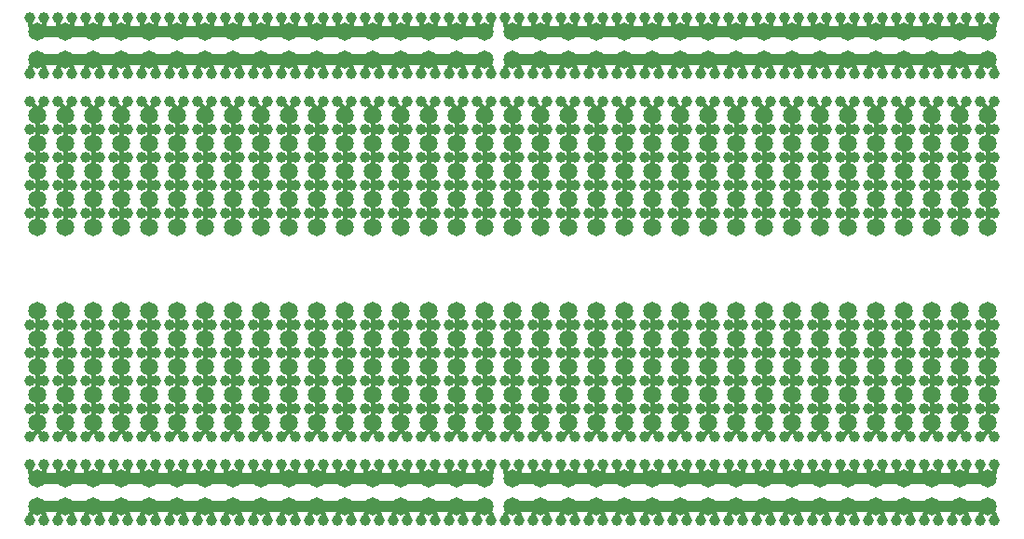
<source format=gbl>
%FSLAX34Y34*%
G04 Gerber Fmt 3.4, Leading zero omitted, Abs format*
G04 (created by PCBNEW (2014-06-03 BZR 4917)-product) date Thu 12 Jun 2014 04:24:48 AM CEST*
%MOIN*%
G01*
G70*
G90*
G04 APERTURE LIST*
%ADD10C,0.005906*%
%ADD11C,0.039370*%
%ADD12C,0.064961*%
%ADD13C,0.016000*%
%ADD14C,0.040000*%
G04 APERTURE END LIST*
G54D10*
G54D11*
X26500Y-32000D03*
X27000Y-32000D03*
X27500Y-32000D03*
X28000Y-32000D03*
X28500Y-32000D03*
X29000Y-32000D03*
X29500Y-32000D03*
X30000Y-32000D03*
G54D12*
X34750Y-38500D03*
X35750Y-38500D03*
X36750Y-38500D03*
X37750Y-38500D03*
X38750Y-38500D03*
X39750Y-38500D03*
X40750Y-38500D03*
X41750Y-38500D03*
X26750Y-38500D03*
X27750Y-38500D03*
X28750Y-38500D03*
X29750Y-38500D03*
X30750Y-38500D03*
X31750Y-38500D03*
X32750Y-38500D03*
X33750Y-38500D03*
X10750Y-40500D03*
X11750Y-40500D03*
X12750Y-40500D03*
X13750Y-40500D03*
X14750Y-40500D03*
X15750Y-40500D03*
X16750Y-40500D03*
X17750Y-40500D03*
X34750Y-31500D03*
X35750Y-31500D03*
X36750Y-31500D03*
X37750Y-31500D03*
X38750Y-31500D03*
X39750Y-31500D03*
X40750Y-31500D03*
X41750Y-31500D03*
X26750Y-30500D03*
X27750Y-30500D03*
X28750Y-30500D03*
X29750Y-30500D03*
X30750Y-30500D03*
X31750Y-30500D03*
X32750Y-30500D03*
X33750Y-30500D03*
X18750Y-30500D03*
X19750Y-30500D03*
X20750Y-30500D03*
X21750Y-30500D03*
X22750Y-30500D03*
X23750Y-30500D03*
X24750Y-30500D03*
X25750Y-30500D03*
X42750Y-32500D03*
X43750Y-32500D03*
X44750Y-32500D03*
X42750Y-31500D03*
X43750Y-31500D03*
X44750Y-31500D03*
X42750Y-30500D03*
X43750Y-30500D03*
X44750Y-30500D03*
X42750Y-29500D03*
X43750Y-29500D03*
X44750Y-29500D03*
X42750Y-27500D03*
X43750Y-27500D03*
X44750Y-27500D03*
X42750Y-26500D03*
X43750Y-26500D03*
X44750Y-26500D03*
X42750Y-33500D03*
X43750Y-33500D03*
X44750Y-33500D03*
X42750Y-40500D03*
X43750Y-40500D03*
X44750Y-40500D03*
X42750Y-39500D03*
X43750Y-39500D03*
X44750Y-39500D03*
X42750Y-38500D03*
X43750Y-38500D03*
X44750Y-38500D03*
X42750Y-37500D03*
X43750Y-37500D03*
X44750Y-37500D03*
X42750Y-36500D03*
X43750Y-36500D03*
X44750Y-36500D03*
X42750Y-43500D03*
X43750Y-43500D03*
X44750Y-43500D03*
X42750Y-42500D03*
X43750Y-42500D03*
X44750Y-42500D03*
G54D11*
X42500Y-26000D03*
X43000Y-26000D03*
X43500Y-26000D03*
X44000Y-26000D03*
X44500Y-26000D03*
X45000Y-26000D03*
X42500Y-28000D03*
X43000Y-28000D03*
X43500Y-28000D03*
X44000Y-28000D03*
X44500Y-28000D03*
X45000Y-28000D03*
X42500Y-29000D03*
X43000Y-29000D03*
X43500Y-29000D03*
X44000Y-29000D03*
X44500Y-29000D03*
X45000Y-29000D03*
X42500Y-30000D03*
X43000Y-30000D03*
X43500Y-30000D03*
X44000Y-30000D03*
X44500Y-30000D03*
X45000Y-30000D03*
X42500Y-31000D03*
X43000Y-31000D03*
X43500Y-31000D03*
X44000Y-31000D03*
X44500Y-31000D03*
X45000Y-31000D03*
X42500Y-32000D03*
X43000Y-32000D03*
X43500Y-32000D03*
X44000Y-32000D03*
X44500Y-32000D03*
X45000Y-32000D03*
X42500Y-33000D03*
X43000Y-33000D03*
X43500Y-33000D03*
X44000Y-33000D03*
X44500Y-33000D03*
X45000Y-33000D03*
X42500Y-44000D03*
X43000Y-44000D03*
X43500Y-44000D03*
X44000Y-44000D03*
X44500Y-44000D03*
X45000Y-44000D03*
X42500Y-42000D03*
X43000Y-42000D03*
X43500Y-42000D03*
X44000Y-42000D03*
X44500Y-42000D03*
X45000Y-42000D03*
X42500Y-41000D03*
X43000Y-41000D03*
X43500Y-41000D03*
X44000Y-41000D03*
X44500Y-41000D03*
X45000Y-41000D03*
X42500Y-40000D03*
X43000Y-40000D03*
X43500Y-40000D03*
X44000Y-40000D03*
X44500Y-40000D03*
X45000Y-40000D03*
X42500Y-39000D03*
X43000Y-39000D03*
X43500Y-39000D03*
X44000Y-39000D03*
X44500Y-39000D03*
X45000Y-39000D03*
X42500Y-38000D03*
X43000Y-38000D03*
X43500Y-38000D03*
X44000Y-38000D03*
X44500Y-38000D03*
X45000Y-38000D03*
X42500Y-37000D03*
X43000Y-37000D03*
X43500Y-37000D03*
X44000Y-37000D03*
X44500Y-37000D03*
X45000Y-37000D03*
X30500Y-29000D03*
X31000Y-29000D03*
X31500Y-29000D03*
X32000Y-29000D03*
X32500Y-29000D03*
X33000Y-29000D03*
X33500Y-29000D03*
X34000Y-29000D03*
G54D12*
X26750Y-33500D03*
X27750Y-33500D03*
X28750Y-33500D03*
X29750Y-33500D03*
X30750Y-33500D03*
X31750Y-33500D03*
X32750Y-33500D03*
X33750Y-33500D03*
X26750Y-29500D03*
X27750Y-29500D03*
X28750Y-29500D03*
X29750Y-29500D03*
X30750Y-29500D03*
X31750Y-29500D03*
X32750Y-29500D03*
X33750Y-29500D03*
X26750Y-31500D03*
X27750Y-31500D03*
X28750Y-31500D03*
X29750Y-31500D03*
X30750Y-31500D03*
X31750Y-31500D03*
X32750Y-31500D03*
X33750Y-31500D03*
X26750Y-32500D03*
X27750Y-32500D03*
X28750Y-32500D03*
X29750Y-32500D03*
X30750Y-32500D03*
X31750Y-32500D03*
X32750Y-32500D03*
X33750Y-32500D03*
X26750Y-36500D03*
X27750Y-36500D03*
X28750Y-36500D03*
X29750Y-36500D03*
X30750Y-36500D03*
X31750Y-36500D03*
X32750Y-36500D03*
X33750Y-36500D03*
X26750Y-40500D03*
X27750Y-40500D03*
X28750Y-40500D03*
X29750Y-40500D03*
X30750Y-40500D03*
X31750Y-40500D03*
X32750Y-40500D03*
X33750Y-40500D03*
X26750Y-39500D03*
X27750Y-39500D03*
X28750Y-39500D03*
X29750Y-39500D03*
X30750Y-39500D03*
X31750Y-39500D03*
X32750Y-39500D03*
X33750Y-39500D03*
X26750Y-37500D03*
X27750Y-37500D03*
X28750Y-37500D03*
X29750Y-37500D03*
X30750Y-37500D03*
X31750Y-37500D03*
X32750Y-37500D03*
X33750Y-37500D03*
G54D11*
X26500Y-29000D03*
X27000Y-29000D03*
X27500Y-29000D03*
X28000Y-29000D03*
X28500Y-29000D03*
X29000Y-29000D03*
X29500Y-29000D03*
X30000Y-29000D03*
X26500Y-30000D03*
X27000Y-30000D03*
X27500Y-30000D03*
X28000Y-30000D03*
X28500Y-30000D03*
X29000Y-30000D03*
X29500Y-30000D03*
X30000Y-30000D03*
X26500Y-31000D03*
X27000Y-31000D03*
X27500Y-31000D03*
X28000Y-31000D03*
X28500Y-31000D03*
X29000Y-31000D03*
X29500Y-31000D03*
X30000Y-31000D03*
X26500Y-33000D03*
X27000Y-33000D03*
X27500Y-33000D03*
X28000Y-33000D03*
X28500Y-33000D03*
X29000Y-33000D03*
X29500Y-33000D03*
X30000Y-33000D03*
X26500Y-37000D03*
X27000Y-37000D03*
X27500Y-37000D03*
X28000Y-37000D03*
X28500Y-37000D03*
X29000Y-37000D03*
X29500Y-37000D03*
X30000Y-37000D03*
X26500Y-38000D03*
X27000Y-38000D03*
X27500Y-38000D03*
X28000Y-38000D03*
X28500Y-38000D03*
X29000Y-38000D03*
X29500Y-38000D03*
X30000Y-38000D03*
X26500Y-39000D03*
X27000Y-39000D03*
X27500Y-39000D03*
X28000Y-39000D03*
X28500Y-39000D03*
X29000Y-39000D03*
X29500Y-39000D03*
X30000Y-39000D03*
X26500Y-40000D03*
X27000Y-40000D03*
X27500Y-40000D03*
X28000Y-40000D03*
X28500Y-40000D03*
X29000Y-40000D03*
X29500Y-40000D03*
X30000Y-40000D03*
X26500Y-41000D03*
X27000Y-41000D03*
X27500Y-41000D03*
X28000Y-41000D03*
X28500Y-41000D03*
X29000Y-41000D03*
X29500Y-41000D03*
X30000Y-41000D03*
X30500Y-30000D03*
X31000Y-30000D03*
X31500Y-30000D03*
X32000Y-30000D03*
X32500Y-30000D03*
X33000Y-30000D03*
X33500Y-30000D03*
X34000Y-30000D03*
X30500Y-31000D03*
X31000Y-31000D03*
X31500Y-31000D03*
X32000Y-31000D03*
X32500Y-31000D03*
X33000Y-31000D03*
X33500Y-31000D03*
X34000Y-31000D03*
X30500Y-32000D03*
X31000Y-32000D03*
X31500Y-32000D03*
X32000Y-32000D03*
X32500Y-32000D03*
X33000Y-32000D03*
X33500Y-32000D03*
X34000Y-32000D03*
X30500Y-33000D03*
X31000Y-33000D03*
X31500Y-33000D03*
X32000Y-33000D03*
X32500Y-33000D03*
X33000Y-33000D03*
X33500Y-33000D03*
X34000Y-33000D03*
X30500Y-41000D03*
X31000Y-41000D03*
X31500Y-41000D03*
X32000Y-41000D03*
X32500Y-41000D03*
X33000Y-41000D03*
X33500Y-41000D03*
X34000Y-41000D03*
X30500Y-40000D03*
X31000Y-40000D03*
X31500Y-40000D03*
X32000Y-40000D03*
X32500Y-40000D03*
X33000Y-40000D03*
X33500Y-40000D03*
X34000Y-40000D03*
X30500Y-39000D03*
X31000Y-39000D03*
X31500Y-39000D03*
X32000Y-39000D03*
X32500Y-39000D03*
X33000Y-39000D03*
X33500Y-39000D03*
X34000Y-39000D03*
X30500Y-38000D03*
X31000Y-38000D03*
X31500Y-38000D03*
X32000Y-38000D03*
X32500Y-38000D03*
X33000Y-38000D03*
X33500Y-38000D03*
X34000Y-38000D03*
X30500Y-37000D03*
X31000Y-37000D03*
X31500Y-37000D03*
X32000Y-37000D03*
X32500Y-37000D03*
X33000Y-37000D03*
X33500Y-37000D03*
X34000Y-37000D03*
X26500Y-42000D03*
X27000Y-42000D03*
X27500Y-42000D03*
X28000Y-42000D03*
X28500Y-42000D03*
X29000Y-42000D03*
X29500Y-42000D03*
X30000Y-42000D03*
X30500Y-42000D03*
X31000Y-42000D03*
X31500Y-42000D03*
X32000Y-42000D03*
X32500Y-42000D03*
X33000Y-42000D03*
X33500Y-42000D03*
X34000Y-42000D03*
G54D12*
X26750Y-42500D03*
X27750Y-42500D03*
X28750Y-42500D03*
X29750Y-42500D03*
X30750Y-42500D03*
X31750Y-42500D03*
X32750Y-42500D03*
X33750Y-42500D03*
X26750Y-43500D03*
X27750Y-43500D03*
X28750Y-43500D03*
X29750Y-43500D03*
X30750Y-43500D03*
X31750Y-43500D03*
X32750Y-43500D03*
X33750Y-43500D03*
G54D11*
X30500Y-44000D03*
X31000Y-44000D03*
X31500Y-44000D03*
X32000Y-44000D03*
X32500Y-44000D03*
X33000Y-44000D03*
X33500Y-44000D03*
X34000Y-44000D03*
X26500Y-44000D03*
X27000Y-44000D03*
X27500Y-44000D03*
X28000Y-44000D03*
X28500Y-44000D03*
X29000Y-44000D03*
X29500Y-44000D03*
X30000Y-44000D03*
X26500Y-28000D03*
X27000Y-28000D03*
X27500Y-28000D03*
X28000Y-28000D03*
X28500Y-28000D03*
X29000Y-28000D03*
X29500Y-28000D03*
X30000Y-28000D03*
X30500Y-28000D03*
X31000Y-28000D03*
X31500Y-28000D03*
X32000Y-28000D03*
X32500Y-28000D03*
X33000Y-28000D03*
X33500Y-28000D03*
X34000Y-28000D03*
G54D12*
X26750Y-27500D03*
X27750Y-27500D03*
X28750Y-27500D03*
X29750Y-27500D03*
X30750Y-27500D03*
X31750Y-27500D03*
X32750Y-27500D03*
X33750Y-27500D03*
X26750Y-26500D03*
X27750Y-26500D03*
X28750Y-26500D03*
X29750Y-26500D03*
X30750Y-26500D03*
X31750Y-26500D03*
X32750Y-26500D03*
X33750Y-26500D03*
G54D11*
X30500Y-26000D03*
X31000Y-26000D03*
X31500Y-26000D03*
X32000Y-26000D03*
X32500Y-26000D03*
X33000Y-26000D03*
X33500Y-26000D03*
X34000Y-26000D03*
X26500Y-26000D03*
X27000Y-26000D03*
X27500Y-26000D03*
X28000Y-26000D03*
X28500Y-26000D03*
X29000Y-26000D03*
X29500Y-26000D03*
X30000Y-26000D03*
X34500Y-26000D03*
X35000Y-26000D03*
X35500Y-26000D03*
X36000Y-26000D03*
X36500Y-26000D03*
X37000Y-26000D03*
X37500Y-26000D03*
X38000Y-26000D03*
X38500Y-26000D03*
X39000Y-26000D03*
X39500Y-26000D03*
X40000Y-26000D03*
X40500Y-26000D03*
X41000Y-26000D03*
X41500Y-26000D03*
X42000Y-26000D03*
G54D12*
X34750Y-26500D03*
X35750Y-26500D03*
X36750Y-26500D03*
X37750Y-26500D03*
X38750Y-26500D03*
X39750Y-26500D03*
X40750Y-26500D03*
X41750Y-26500D03*
X34750Y-27500D03*
X35750Y-27500D03*
X36750Y-27500D03*
X37750Y-27500D03*
X38750Y-27500D03*
X39750Y-27500D03*
X40750Y-27500D03*
X41750Y-27500D03*
G54D11*
X38500Y-28000D03*
X39000Y-28000D03*
X39500Y-28000D03*
X40000Y-28000D03*
X40500Y-28000D03*
X41000Y-28000D03*
X41500Y-28000D03*
X42000Y-28000D03*
X34500Y-28000D03*
X35000Y-28000D03*
X35500Y-28000D03*
X36000Y-28000D03*
X36500Y-28000D03*
X37000Y-28000D03*
X37500Y-28000D03*
X38000Y-28000D03*
X34500Y-44000D03*
X35000Y-44000D03*
X35500Y-44000D03*
X36000Y-44000D03*
X36500Y-44000D03*
X37000Y-44000D03*
X37500Y-44000D03*
X38000Y-44000D03*
X38500Y-44000D03*
X39000Y-44000D03*
X39500Y-44000D03*
X40000Y-44000D03*
X40500Y-44000D03*
X41000Y-44000D03*
X41500Y-44000D03*
X42000Y-44000D03*
G54D12*
X34750Y-43500D03*
X35750Y-43500D03*
X36750Y-43500D03*
X37750Y-43500D03*
X38750Y-43500D03*
X39750Y-43500D03*
X40750Y-43500D03*
X41750Y-43500D03*
X34750Y-42500D03*
X35750Y-42500D03*
X36750Y-42500D03*
X37750Y-42500D03*
X38750Y-42500D03*
X39750Y-42500D03*
X40750Y-42500D03*
X41750Y-42500D03*
G54D11*
X38500Y-42000D03*
X39000Y-42000D03*
X39500Y-42000D03*
X40000Y-42000D03*
X40500Y-42000D03*
X41000Y-42000D03*
X41500Y-42000D03*
X42000Y-42000D03*
X34500Y-42000D03*
X35000Y-42000D03*
X35500Y-42000D03*
X36000Y-42000D03*
X36500Y-42000D03*
X37000Y-42000D03*
X37500Y-42000D03*
X38000Y-42000D03*
X38500Y-37000D03*
X39000Y-37000D03*
X39500Y-37000D03*
X40000Y-37000D03*
X40500Y-37000D03*
X41000Y-37000D03*
X41500Y-37000D03*
X42000Y-37000D03*
X38500Y-38000D03*
X39000Y-38000D03*
X39500Y-38000D03*
X40000Y-38000D03*
X40500Y-38000D03*
X41000Y-38000D03*
X41500Y-38000D03*
X42000Y-38000D03*
X38500Y-39000D03*
X39000Y-39000D03*
X39500Y-39000D03*
X40000Y-39000D03*
X40500Y-39000D03*
X41000Y-39000D03*
X41500Y-39000D03*
X42000Y-39000D03*
X38500Y-40000D03*
X39000Y-40000D03*
X39500Y-40000D03*
X40000Y-40000D03*
X40500Y-40000D03*
X41000Y-40000D03*
X41500Y-40000D03*
X42000Y-40000D03*
X38500Y-41000D03*
X39000Y-41000D03*
X39500Y-41000D03*
X40000Y-41000D03*
X40500Y-41000D03*
X41000Y-41000D03*
X41500Y-41000D03*
X42000Y-41000D03*
X38500Y-33000D03*
X39000Y-33000D03*
X39500Y-33000D03*
X40000Y-33000D03*
X40500Y-33000D03*
X41000Y-33000D03*
X41500Y-33000D03*
X42000Y-33000D03*
X38500Y-32000D03*
X39000Y-32000D03*
X39500Y-32000D03*
X40000Y-32000D03*
X40500Y-32000D03*
X41000Y-32000D03*
X41500Y-32000D03*
X42000Y-32000D03*
X38500Y-31000D03*
X39000Y-31000D03*
X39500Y-31000D03*
X40000Y-31000D03*
X40500Y-31000D03*
X41000Y-31000D03*
X41500Y-31000D03*
X42000Y-31000D03*
X38500Y-30000D03*
X39000Y-30000D03*
X39500Y-30000D03*
X40000Y-30000D03*
X40500Y-30000D03*
X41000Y-30000D03*
X41500Y-30000D03*
X42000Y-30000D03*
X34500Y-41000D03*
X35000Y-41000D03*
X35500Y-41000D03*
X36000Y-41000D03*
X36500Y-41000D03*
X37000Y-41000D03*
X37500Y-41000D03*
X38000Y-41000D03*
X34500Y-40000D03*
X35000Y-40000D03*
X35500Y-40000D03*
X36000Y-40000D03*
X36500Y-40000D03*
X37000Y-40000D03*
X37500Y-40000D03*
X38000Y-40000D03*
X34500Y-39000D03*
X35000Y-39000D03*
X35500Y-39000D03*
X36000Y-39000D03*
X36500Y-39000D03*
X37000Y-39000D03*
X37500Y-39000D03*
X38000Y-39000D03*
X34500Y-38000D03*
X35000Y-38000D03*
X35500Y-38000D03*
X36000Y-38000D03*
X36500Y-38000D03*
X37000Y-38000D03*
X37500Y-38000D03*
X38000Y-38000D03*
X34500Y-37000D03*
X35000Y-37000D03*
X35500Y-37000D03*
X36000Y-37000D03*
X36500Y-37000D03*
X37000Y-37000D03*
X37500Y-37000D03*
X38000Y-37000D03*
X34500Y-33000D03*
X35000Y-33000D03*
X35500Y-33000D03*
X36000Y-33000D03*
X36500Y-33000D03*
X37000Y-33000D03*
X37500Y-33000D03*
X38000Y-33000D03*
X34500Y-32000D03*
X35000Y-32000D03*
X35500Y-32000D03*
X36000Y-32000D03*
X36500Y-32000D03*
X37000Y-32000D03*
X37500Y-32000D03*
X38000Y-32000D03*
X34500Y-31000D03*
X35000Y-31000D03*
X35500Y-31000D03*
X36000Y-31000D03*
X36500Y-31000D03*
X37000Y-31000D03*
X37500Y-31000D03*
X38000Y-31000D03*
X34500Y-30000D03*
X35000Y-30000D03*
X35500Y-30000D03*
X36000Y-30000D03*
X36500Y-30000D03*
X37000Y-30000D03*
X37500Y-30000D03*
X38000Y-30000D03*
X34500Y-29000D03*
X35000Y-29000D03*
X35500Y-29000D03*
X36000Y-29000D03*
X36500Y-29000D03*
X37000Y-29000D03*
X37500Y-29000D03*
X38000Y-29000D03*
G54D12*
X34750Y-37500D03*
X35750Y-37500D03*
X36750Y-37500D03*
X37750Y-37500D03*
X38750Y-37500D03*
X39750Y-37500D03*
X40750Y-37500D03*
X41750Y-37500D03*
X34750Y-39500D03*
X35750Y-39500D03*
X36750Y-39500D03*
X37750Y-39500D03*
X38750Y-39500D03*
X39750Y-39500D03*
X40750Y-39500D03*
X41750Y-39500D03*
X34750Y-40500D03*
X35750Y-40500D03*
X36750Y-40500D03*
X37750Y-40500D03*
X38750Y-40500D03*
X39750Y-40500D03*
X40750Y-40500D03*
X41750Y-40500D03*
X34750Y-36500D03*
X35750Y-36500D03*
X36750Y-36500D03*
X37750Y-36500D03*
X38750Y-36500D03*
X39750Y-36500D03*
X40750Y-36500D03*
X41750Y-36500D03*
X34750Y-32500D03*
X35750Y-32500D03*
X36750Y-32500D03*
X37750Y-32500D03*
X38750Y-32500D03*
X39750Y-32500D03*
X40750Y-32500D03*
X41750Y-32500D03*
X34750Y-30500D03*
X35750Y-30500D03*
X36750Y-30500D03*
X37750Y-30500D03*
X38750Y-30500D03*
X39750Y-30500D03*
X40750Y-30500D03*
X41750Y-30500D03*
X34750Y-29500D03*
X35750Y-29500D03*
X36750Y-29500D03*
X37750Y-29500D03*
X38750Y-29500D03*
X39750Y-29500D03*
X40750Y-29500D03*
X41750Y-29500D03*
X34750Y-33500D03*
X35750Y-33500D03*
X36750Y-33500D03*
X37750Y-33500D03*
X38750Y-33500D03*
X39750Y-33500D03*
X40750Y-33500D03*
X41750Y-33500D03*
G54D11*
X38500Y-29000D03*
X39000Y-29000D03*
X39500Y-29000D03*
X40000Y-29000D03*
X40500Y-29000D03*
X41000Y-29000D03*
X41500Y-29000D03*
X42000Y-29000D03*
X22500Y-29000D03*
X23000Y-29000D03*
X23500Y-29000D03*
X24000Y-29000D03*
X24500Y-29000D03*
X25000Y-29000D03*
X25500Y-29000D03*
X26000Y-29000D03*
G54D12*
X18750Y-33500D03*
X19750Y-33500D03*
X20750Y-33500D03*
X21750Y-33500D03*
X22750Y-33500D03*
X23750Y-33500D03*
X24750Y-33500D03*
X25750Y-33500D03*
X18750Y-29500D03*
X19750Y-29500D03*
X20750Y-29500D03*
X21750Y-29500D03*
X22750Y-29500D03*
X23750Y-29500D03*
X24750Y-29500D03*
X25750Y-29500D03*
X18750Y-31500D03*
X19750Y-31500D03*
X20750Y-31500D03*
X21750Y-31500D03*
X22750Y-31500D03*
X23750Y-31500D03*
X24750Y-31500D03*
X25750Y-31500D03*
X18750Y-32500D03*
X19750Y-32500D03*
X20750Y-32500D03*
X21750Y-32500D03*
X22750Y-32500D03*
X23750Y-32500D03*
X24750Y-32500D03*
X25750Y-32500D03*
X18750Y-36500D03*
X19750Y-36500D03*
X20750Y-36500D03*
X21750Y-36500D03*
X22750Y-36500D03*
X23750Y-36500D03*
X24750Y-36500D03*
X25750Y-36500D03*
X18750Y-40500D03*
X19750Y-40500D03*
X20750Y-40500D03*
X21750Y-40500D03*
X22750Y-40500D03*
X23750Y-40500D03*
X24750Y-40500D03*
X25750Y-40500D03*
X18750Y-39500D03*
X19750Y-39500D03*
X20750Y-39500D03*
X21750Y-39500D03*
X22750Y-39500D03*
X23750Y-39500D03*
X24750Y-39500D03*
X25750Y-39500D03*
X18750Y-38500D03*
X19750Y-38500D03*
X20750Y-38500D03*
X21750Y-38500D03*
X22750Y-38500D03*
X23750Y-38500D03*
X24750Y-38500D03*
X25750Y-38500D03*
X18750Y-37500D03*
X19750Y-37500D03*
X20750Y-37500D03*
X21750Y-37500D03*
X22750Y-37500D03*
X23750Y-37500D03*
X24750Y-37500D03*
X25750Y-37500D03*
G54D11*
X18500Y-29000D03*
X19000Y-29000D03*
X19500Y-29000D03*
X20000Y-29000D03*
X20500Y-29000D03*
X21000Y-29000D03*
X21500Y-29000D03*
X22000Y-29000D03*
X18500Y-30000D03*
X19000Y-30000D03*
X19500Y-30000D03*
X20000Y-30000D03*
X20500Y-30000D03*
X21000Y-30000D03*
X21500Y-30000D03*
X22000Y-30000D03*
X18500Y-31000D03*
X19000Y-31000D03*
X19500Y-31000D03*
X20000Y-31000D03*
X20500Y-31000D03*
X21000Y-31000D03*
X21500Y-31000D03*
X22000Y-31000D03*
X18500Y-32000D03*
X19000Y-32000D03*
X19500Y-32000D03*
X20000Y-32000D03*
X20500Y-32000D03*
X21000Y-32000D03*
X21500Y-32000D03*
X22000Y-32000D03*
X18500Y-33000D03*
X19000Y-33000D03*
X19500Y-33000D03*
X20000Y-33000D03*
X20500Y-33000D03*
X21000Y-33000D03*
X21500Y-33000D03*
X22000Y-33000D03*
X18500Y-37000D03*
X19000Y-37000D03*
X19500Y-37000D03*
X20000Y-37000D03*
X20500Y-37000D03*
X21000Y-37000D03*
X21500Y-37000D03*
X22000Y-37000D03*
X18500Y-38000D03*
X19000Y-38000D03*
X19500Y-38000D03*
X20000Y-38000D03*
X20500Y-38000D03*
X21000Y-38000D03*
X21500Y-38000D03*
X22000Y-38000D03*
X18500Y-39000D03*
X19000Y-39000D03*
X19500Y-39000D03*
X20000Y-39000D03*
X20500Y-39000D03*
X21000Y-39000D03*
X21500Y-39000D03*
X22000Y-39000D03*
X18500Y-40000D03*
X19000Y-40000D03*
X19500Y-40000D03*
X20000Y-40000D03*
X20500Y-40000D03*
X21000Y-40000D03*
X21500Y-40000D03*
X22000Y-40000D03*
X18500Y-41000D03*
X19000Y-41000D03*
X19500Y-41000D03*
X20000Y-41000D03*
X20500Y-41000D03*
X21000Y-41000D03*
X21500Y-41000D03*
X22000Y-41000D03*
X22500Y-30000D03*
X23000Y-30000D03*
X23500Y-30000D03*
X24000Y-30000D03*
X24500Y-30000D03*
X25000Y-30000D03*
X25500Y-30000D03*
X26000Y-30000D03*
X22500Y-31000D03*
X23000Y-31000D03*
X23500Y-31000D03*
X24000Y-31000D03*
X24500Y-31000D03*
X25000Y-31000D03*
X25500Y-31000D03*
X26000Y-31000D03*
X22500Y-32000D03*
X23000Y-32000D03*
X23500Y-32000D03*
X24000Y-32000D03*
X24500Y-32000D03*
X25000Y-32000D03*
X25500Y-32000D03*
X26000Y-32000D03*
X22500Y-33000D03*
X23000Y-33000D03*
X23500Y-33000D03*
X24000Y-33000D03*
X24500Y-33000D03*
X25000Y-33000D03*
X25500Y-33000D03*
X26000Y-33000D03*
X22500Y-41000D03*
X23000Y-41000D03*
X23500Y-41000D03*
X24000Y-41000D03*
X24500Y-41000D03*
X25000Y-41000D03*
X25500Y-41000D03*
X26000Y-41000D03*
X22500Y-40000D03*
X23000Y-40000D03*
X23500Y-40000D03*
X24000Y-40000D03*
X24500Y-40000D03*
X25000Y-40000D03*
X25500Y-40000D03*
X26000Y-40000D03*
X22500Y-39000D03*
X23000Y-39000D03*
X23500Y-39000D03*
X24000Y-39000D03*
X24500Y-39000D03*
X25000Y-39000D03*
X25500Y-39000D03*
X26000Y-39000D03*
X22500Y-38000D03*
X23000Y-38000D03*
X23500Y-38000D03*
X24000Y-38000D03*
X24500Y-38000D03*
X25000Y-38000D03*
X25500Y-38000D03*
X26000Y-38000D03*
X22500Y-37000D03*
X23000Y-37000D03*
X23500Y-37000D03*
X24000Y-37000D03*
X24500Y-37000D03*
X25000Y-37000D03*
X25500Y-37000D03*
X26000Y-37000D03*
X18500Y-42000D03*
X19000Y-42000D03*
X19500Y-42000D03*
X20000Y-42000D03*
X20500Y-42000D03*
X21000Y-42000D03*
X21500Y-42000D03*
X22000Y-42000D03*
X22500Y-42000D03*
X23000Y-42000D03*
X23500Y-42000D03*
X24000Y-42000D03*
X24500Y-42000D03*
X25000Y-42000D03*
X25500Y-42000D03*
X26000Y-42000D03*
G54D12*
X18750Y-42500D03*
X19750Y-42500D03*
X20750Y-42500D03*
X21750Y-42500D03*
X22750Y-42500D03*
X23750Y-42500D03*
X24750Y-42500D03*
X25750Y-42500D03*
X18750Y-43500D03*
X19750Y-43500D03*
X20750Y-43500D03*
X21750Y-43500D03*
X22750Y-43500D03*
X23750Y-43500D03*
X24750Y-43500D03*
X25750Y-43500D03*
G54D11*
X22500Y-44000D03*
X23000Y-44000D03*
X23500Y-44000D03*
X24000Y-44000D03*
X24500Y-44000D03*
X25000Y-44000D03*
X25500Y-44000D03*
X26000Y-44000D03*
X18500Y-44000D03*
X19000Y-44000D03*
X19500Y-44000D03*
X20000Y-44000D03*
X20500Y-44000D03*
X21000Y-44000D03*
X21500Y-44000D03*
X22000Y-44000D03*
X18500Y-28000D03*
X19000Y-28000D03*
X19500Y-28000D03*
X20000Y-28000D03*
X20500Y-28000D03*
X21000Y-28000D03*
X21500Y-28000D03*
X22000Y-28000D03*
X22500Y-28000D03*
X23000Y-28000D03*
X23500Y-28000D03*
X24000Y-28000D03*
X24500Y-28000D03*
X25000Y-28000D03*
X25500Y-28000D03*
X26000Y-28000D03*
G54D12*
X18750Y-27500D03*
X19750Y-27500D03*
X20750Y-27500D03*
X21750Y-27500D03*
X22750Y-27500D03*
X23750Y-27500D03*
X24750Y-27500D03*
X25750Y-27500D03*
X18750Y-26500D03*
X19750Y-26500D03*
X20750Y-26500D03*
X21750Y-26500D03*
X22750Y-26500D03*
X23750Y-26500D03*
X24750Y-26500D03*
X25750Y-26500D03*
G54D11*
X22500Y-26000D03*
X23000Y-26000D03*
X23500Y-26000D03*
X24000Y-26000D03*
X24500Y-26000D03*
X25000Y-26000D03*
X25500Y-26000D03*
X26000Y-26000D03*
X18500Y-26000D03*
X19000Y-26000D03*
X19500Y-26000D03*
X20000Y-26000D03*
X20500Y-26000D03*
X21000Y-26000D03*
X21500Y-26000D03*
X22000Y-26000D03*
X10500Y-26000D03*
X11000Y-26000D03*
X11500Y-26000D03*
X12000Y-26000D03*
X12500Y-26000D03*
X13000Y-26000D03*
X13500Y-26000D03*
X14000Y-26000D03*
X14500Y-26000D03*
X15000Y-26000D03*
X15500Y-26000D03*
X16000Y-26000D03*
X16500Y-26000D03*
X17000Y-26000D03*
X17500Y-26000D03*
X18000Y-26000D03*
G54D12*
X10750Y-26500D03*
X11750Y-26500D03*
X12750Y-26500D03*
X13750Y-26500D03*
X14750Y-26500D03*
X15750Y-26500D03*
X16750Y-26500D03*
X17750Y-26500D03*
X10750Y-27500D03*
X11750Y-27500D03*
X12750Y-27500D03*
X13750Y-27500D03*
X14750Y-27500D03*
X15750Y-27500D03*
X16750Y-27500D03*
X17750Y-27500D03*
G54D11*
X14500Y-28000D03*
X15000Y-28000D03*
X15500Y-28000D03*
X16000Y-28000D03*
X16500Y-28000D03*
X17000Y-28000D03*
X17500Y-28000D03*
X18000Y-28000D03*
X10500Y-28000D03*
X11000Y-28000D03*
X11500Y-28000D03*
X12000Y-28000D03*
X12500Y-28000D03*
X13000Y-28000D03*
X13500Y-28000D03*
X14000Y-28000D03*
X10500Y-44000D03*
X11000Y-44000D03*
X11500Y-44000D03*
X12000Y-44000D03*
X12500Y-44000D03*
X13000Y-44000D03*
X13500Y-44000D03*
X14000Y-44000D03*
X14500Y-44000D03*
X15000Y-44000D03*
X15500Y-44000D03*
X16000Y-44000D03*
X16500Y-44000D03*
X17000Y-44000D03*
X17500Y-44000D03*
X18000Y-44000D03*
G54D12*
X10750Y-43500D03*
X11750Y-43500D03*
X12750Y-43500D03*
X13750Y-43500D03*
X14750Y-43500D03*
X15750Y-43500D03*
X16750Y-43500D03*
X17750Y-43500D03*
X10750Y-42500D03*
X11750Y-42500D03*
X12750Y-42500D03*
X13750Y-42500D03*
X14750Y-42500D03*
X15750Y-42500D03*
X16750Y-42500D03*
X17750Y-42500D03*
G54D11*
X14500Y-42000D03*
X15000Y-42000D03*
X15500Y-42000D03*
X16000Y-42000D03*
X16500Y-42000D03*
X17000Y-42000D03*
X17500Y-42000D03*
X18000Y-42000D03*
X10500Y-42000D03*
X11000Y-42000D03*
X11500Y-42000D03*
X12000Y-42000D03*
X12500Y-42000D03*
X13000Y-42000D03*
X13500Y-42000D03*
X14000Y-42000D03*
X14500Y-37000D03*
X15000Y-37000D03*
X15500Y-37000D03*
X16000Y-37000D03*
X16500Y-37000D03*
X17000Y-37000D03*
X17500Y-37000D03*
X18000Y-37000D03*
X14500Y-38000D03*
X15000Y-38000D03*
X15500Y-38000D03*
X16000Y-38000D03*
X16500Y-38000D03*
X17000Y-38000D03*
X17500Y-38000D03*
X18000Y-38000D03*
X14500Y-39000D03*
X15000Y-39000D03*
X15500Y-39000D03*
X16000Y-39000D03*
X16500Y-39000D03*
X17000Y-39000D03*
X17500Y-39000D03*
X18000Y-39000D03*
X14500Y-40000D03*
X15000Y-40000D03*
X15500Y-40000D03*
X16000Y-40000D03*
X16500Y-40000D03*
X17000Y-40000D03*
X17500Y-40000D03*
X18000Y-40000D03*
X14500Y-41000D03*
X15000Y-41000D03*
X15500Y-41000D03*
X16000Y-41000D03*
X16500Y-41000D03*
X17000Y-41000D03*
X17500Y-41000D03*
X18000Y-41000D03*
X14500Y-33000D03*
X15000Y-33000D03*
X15500Y-33000D03*
X16000Y-33000D03*
X16500Y-33000D03*
X17000Y-33000D03*
X17500Y-33000D03*
X18000Y-33000D03*
X14500Y-32000D03*
X15000Y-32000D03*
X15500Y-32000D03*
X16000Y-32000D03*
X16500Y-32000D03*
X17000Y-32000D03*
X17500Y-32000D03*
X18000Y-32000D03*
X14500Y-31000D03*
X15000Y-31000D03*
X15500Y-31000D03*
X16000Y-31000D03*
X16500Y-31000D03*
X17000Y-31000D03*
X17500Y-31000D03*
X18000Y-31000D03*
X14500Y-30000D03*
X15000Y-30000D03*
X15500Y-30000D03*
X16000Y-30000D03*
X16500Y-30000D03*
X17000Y-30000D03*
X17500Y-30000D03*
X18000Y-30000D03*
X10500Y-41000D03*
X11000Y-41000D03*
X11500Y-41000D03*
X12000Y-41000D03*
X12500Y-41000D03*
X13000Y-41000D03*
X13500Y-41000D03*
X14000Y-41000D03*
X10500Y-40000D03*
X11000Y-40000D03*
X11500Y-40000D03*
X12000Y-40000D03*
X12500Y-40000D03*
X13000Y-40000D03*
X13500Y-40000D03*
X14000Y-40000D03*
X10500Y-39000D03*
X11000Y-39000D03*
X11500Y-39000D03*
X12000Y-39000D03*
X12500Y-39000D03*
X13000Y-39000D03*
X13500Y-39000D03*
X14000Y-39000D03*
X10500Y-38000D03*
X11000Y-38000D03*
X11500Y-38000D03*
X12000Y-38000D03*
X12500Y-38000D03*
X13000Y-38000D03*
X13500Y-38000D03*
X14000Y-38000D03*
X10500Y-37000D03*
X11000Y-37000D03*
X11500Y-37000D03*
X12000Y-37000D03*
X12500Y-37000D03*
X13000Y-37000D03*
X13500Y-37000D03*
X14000Y-37000D03*
X10500Y-33000D03*
X11000Y-33000D03*
X11500Y-33000D03*
X12000Y-33000D03*
X12500Y-33000D03*
X13000Y-33000D03*
X13500Y-33000D03*
X14000Y-33000D03*
X10500Y-32000D03*
X11000Y-32000D03*
X11500Y-32000D03*
X12000Y-32000D03*
X12500Y-32000D03*
X13000Y-32000D03*
X13500Y-32000D03*
X14000Y-32000D03*
X10500Y-31000D03*
X11000Y-31000D03*
X11500Y-31000D03*
X12000Y-31000D03*
X12500Y-31000D03*
X13000Y-31000D03*
X13500Y-31000D03*
X14000Y-31000D03*
X10500Y-30000D03*
X11000Y-30000D03*
X11500Y-30000D03*
X12000Y-30000D03*
X12500Y-30000D03*
X13000Y-30000D03*
X13500Y-30000D03*
X14000Y-30000D03*
X10500Y-29000D03*
X11000Y-29000D03*
X11500Y-29000D03*
X12000Y-29000D03*
X12500Y-29000D03*
X13000Y-29000D03*
X13500Y-29000D03*
X14000Y-29000D03*
G54D12*
X10750Y-37500D03*
X11750Y-37500D03*
X12750Y-37500D03*
X13750Y-37500D03*
X14750Y-37500D03*
X15750Y-37500D03*
X16750Y-37500D03*
X17750Y-37500D03*
X10750Y-38500D03*
X11750Y-38500D03*
X12750Y-38500D03*
X13750Y-38500D03*
X14750Y-38500D03*
X15750Y-38500D03*
X16750Y-38500D03*
X17750Y-38500D03*
X10750Y-39500D03*
X11750Y-39500D03*
X12750Y-39500D03*
X13750Y-39500D03*
X14750Y-39500D03*
X15750Y-39500D03*
X16750Y-39500D03*
X17750Y-39500D03*
X10750Y-36500D03*
X11750Y-36500D03*
X12750Y-36500D03*
X13750Y-36500D03*
X14750Y-36500D03*
X15750Y-36500D03*
X16750Y-36500D03*
X17750Y-36500D03*
X10750Y-32500D03*
X11750Y-32500D03*
X12750Y-32500D03*
X13750Y-32500D03*
X14750Y-32500D03*
X15750Y-32500D03*
X16750Y-32500D03*
X17750Y-32500D03*
X10750Y-31500D03*
X11750Y-31500D03*
X12750Y-31500D03*
X13750Y-31500D03*
X14750Y-31500D03*
X15750Y-31500D03*
X16750Y-31500D03*
X17750Y-31500D03*
X10750Y-30500D03*
X11750Y-30500D03*
X12750Y-30500D03*
X13750Y-30500D03*
X14750Y-30500D03*
X15750Y-30500D03*
X16750Y-30500D03*
X17750Y-30500D03*
X10750Y-29500D03*
X11750Y-29500D03*
X12750Y-29500D03*
X13750Y-29500D03*
X14750Y-29500D03*
X15750Y-29500D03*
X16750Y-29500D03*
X17750Y-29500D03*
X10750Y-33500D03*
X11750Y-33500D03*
X12750Y-33500D03*
X13750Y-33500D03*
X14750Y-33500D03*
X15750Y-33500D03*
X16750Y-33500D03*
X17750Y-33500D03*
G54D11*
X14500Y-29000D03*
X15000Y-29000D03*
X15500Y-29000D03*
X16000Y-29000D03*
X16500Y-29000D03*
X17000Y-29000D03*
X17500Y-29000D03*
X18000Y-29000D03*
G54D13*
X44500Y-37000D02*
X45000Y-37000D01*
X45000Y-38000D02*
X44500Y-38000D01*
X44500Y-39000D02*
X45000Y-39000D01*
X45000Y-40000D02*
X44500Y-40000D01*
X44750Y-40500D02*
X44750Y-40750D01*
X44750Y-40750D02*
X45000Y-41000D01*
X44750Y-40750D02*
X44500Y-41000D01*
X43750Y-40500D02*
X43750Y-40750D01*
X43750Y-40750D02*
X44000Y-41000D01*
X43750Y-40750D02*
X43500Y-41000D01*
X44000Y-40000D02*
X43500Y-40000D01*
X43500Y-39000D02*
X44000Y-39000D01*
X44000Y-38000D02*
X43500Y-38000D01*
X43500Y-37000D02*
X44000Y-37000D01*
X42500Y-37000D02*
X43000Y-37000D01*
X43000Y-38000D02*
X42500Y-38000D01*
X42500Y-39000D02*
X43000Y-39000D01*
X43000Y-40000D02*
X42500Y-40000D01*
X42750Y-40500D02*
X42750Y-40750D01*
X42750Y-40750D02*
X43000Y-41000D01*
X42750Y-40750D02*
X42500Y-41000D01*
X41750Y-40500D02*
X41750Y-40750D01*
X41750Y-40750D02*
X42000Y-41000D01*
X41750Y-40750D02*
X41500Y-41000D01*
X42000Y-40000D02*
X41500Y-40000D01*
X41500Y-39000D02*
X42000Y-39000D01*
X42000Y-38000D02*
X41500Y-38000D01*
X41500Y-37000D02*
X42000Y-37000D01*
X40500Y-37000D02*
X41000Y-37000D01*
X41000Y-38000D02*
X40500Y-38000D01*
X40500Y-39000D02*
X41000Y-39000D01*
X41000Y-40000D02*
X40500Y-40000D01*
X40750Y-40500D02*
X40750Y-40750D01*
X40750Y-40750D02*
X41000Y-41000D01*
X40750Y-40750D02*
X40500Y-41000D01*
X39750Y-40500D02*
X39750Y-40750D01*
X39750Y-40750D02*
X40000Y-41000D01*
X39750Y-40750D02*
X39500Y-41000D01*
X39500Y-40000D02*
X40000Y-40000D01*
X39500Y-39000D02*
X40000Y-39000D01*
X39500Y-38000D02*
X40000Y-38000D01*
X39500Y-37000D02*
X40000Y-37000D01*
X38750Y-40500D02*
X38750Y-40750D01*
X38750Y-40750D02*
X39000Y-41000D01*
X38750Y-40750D02*
X38500Y-41000D01*
X37750Y-40500D02*
X37750Y-40750D01*
X37750Y-40750D02*
X38000Y-41000D01*
X37750Y-40750D02*
X37500Y-41000D01*
X36750Y-40500D02*
X36750Y-40750D01*
X36750Y-40750D02*
X37000Y-41000D01*
X36750Y-40750D02*
X36500Y-41000D01*
X35750Y-40500D02*
X35750Y-40750D01*
X35750Y-40750D02*
X36000Y-41000D01*
X35750Y-40750D02*
X35500Y-41000D01*
X34750Y-40500D02*
X34750Y-40750D01*
X34750Y-40750D02*
X35000Y-41000D01*
X34750Y-40750D02*
X34500Y-41000D01*
X33750Y-40500D02*
X33750Y-40750D01*
X33750Y-40750D02*
X34000Y-41000D01*
X33750Y-40750D02*
X33500Y-41000D01*
X32750Y-40500D02*
X32750Y-40750D01*
X32750Y-40750D02*
X33000Y-41000D01*
X32750Y-40750D02*
X32500Y-41000D01*
X33000Y-40000D02*
X32500Y-40000D01*
X34000Y-40000D02*
X33500Y-40000D01*
X35000Y-40000D02*
X34500Y-40000D01*
X36000Y-40000D02*
X35500Y-40000D01*
X37000Y-40000D02*
X36500Y-40000D01*
X38000Y-40000D02*
X37500Y-40000D01*
X39000Y-40000D02*
X38500Y-40000D01*
X38500Y-39000D02*
X39000Y-39000D01*
X37500Y-39000D02*
X38000Y-39000D01*
X36500Y-39000D02*
X37000Y-39000D01*
X36750Y-36500D02*
X36750Y-39750D01*
X35500Y-39000D02*
X36000Y-39000D01*
X34500Y-39000D02*
X35000Y-39000D01*
X33500Y-39000D02*
X34000Y-39000D01*
X32500Y-39000D02*
X33000Y-39000D01*
X33000Y-38000D02*
X32500Y-38000D01*
X34000Y-38000D02*
X33500Y-38000D01*
X35000Y-38000D02*
X34500Y-38000D01*
X36000Y-38000D02*
X35500Y-38000D01*
X37000Y-38000D02*
X36500Y-38000D01*
X38000Y-38000D02*
X37500Y-38000D01*
X39000Y-38000D02*
X38500Y-38000D01*
X38500Y-37000D02*
X39000Y-37000D01*
X37500Y-37000D02*
X38000Y-37000D01*
X36500Y-37000D02*
X37000Y-37000D01*
X35500Y-37000D02*
X36000Y-37000D01*
X34500Y-37000D02*
X35000Y-37000D01*
X33500Y-37000D02*
X34000Y-37000D01*
X32500Y-37000D02*
X33000Y-37000D01*
X31750Y-40500D02*
X31750Y-40750D01*
X31750Y-40750D02*
X32000Y-41000D01*
X31750Y-40750D02*
X31500Y-41000D01*
X30750Y-40500D02*
X30750Y-40750D01*
X30750Y-40750D02*
X31000Y-41000D01*
X30750Y-40750D02*
X30500Y-41000D01*
X29750Y-40500D02*
X29750Y-40750D01*
X29750Y-40750D02*
X30000Y-41000D01*
X29750Y-40750D02*
X29500Y-41000D01*
X28750Y-40500D02*
X28750Y-40750D01*
X28750Y-40750D02*
X29000Y-41000D01*
X28750Y-40750D02*
X28500Y-41000D01*
X27750Y-40500D02*
X27750Y-40750D01*
X27750Y-40750D02*
X28000Y-41000D01*
X27750Y-40750D02*
X27500Y-41000D01*
X26750Y-40500D02*
X26750Y-40750D01*
X26750Y-40750D02*
X27000Y-41000D01*
X26750Y-40750D02*
X26500Y-41000D01*
X25750Y-40500D02*
X25750Y-40750D01*
X25750Y-40750D02*
X25500Y-41000D01*
X25750Y-40750D02*
X26000Y-41000D01*
X26000Y-40000D02*
X25500Y-40000D01*
X27000Y-40000D02*
X26500Y-40000D01*
X28000Y-40000D02*
X27500Y-40000D01*
X29000Y-40000D02*
X28500Y-40000D01*
X30000Y-40000D02*
X29500Y-40000D01*
X31000Y-40000D02*
X30500Y-40000D01*
X32000Y-40000D02*
X31500Y-40000D01*
X31500Y-39000D02*
X32000Y-39000D01*
X30500Y-39000D02*
X31000Y-39000D01*
X29500Y-39000D02*
X30000Y-39000D01*
X28500Y-39000D02*
X29000Y-39000D01*
X27500Y-39000D02*
X28000Y-39000D01*
X26500Y-39000D02*
X27000Y-39000D01*
X25500Y-39000D02*
X26000Y-39000D01*
X26000Y-38000D02*
X25500Y-38000D01*
X27000Y-38000D02*
X26500Y-38000D01*
X28000Y-38000D02*
X27500Y-38000D01*
X29000Y-38000D02*
X28500Y-38000D01*
X30000Y-38000D02*
X29500Y-38000D01*
X31000Y-38000D02*
X30500Y-38000D01*
X32000Y-38000D02*
X31500Y-38000D01*
X31500Y-37000D02*
X32000Y-37000D01*
X30500Y-37000D02*
X31000Y-37000D01*
X29500Y-37000D02*
X30000Y-37000D01*
X28500Y-37000D02*
X29000Y-37000D01*
X27500Y-37000D02*
X28000Y-37000D01*
X26500Y-37000D02*
X27000Y-37000D01*
X25500Y-37000D02*
X26000Y-37000D01*
X24750Y-40500D02*
X24750Y-40750D01*
X24750Y-40750D02*
X25000Y-41000D01*
X24750Y-40750D02*
X24500Y-41000D01*
X23750Y-40500D02*
X23750Y-40750D01*
X23750Y-40750D02*
X24000Y-41000D01*
X23750Y-40750D02*
X23500Y-41000D01*
X22750Y-40500D02*
X22750Y-40750D01*
X22750Y-40750D02*
X23000Y-41000D01*
X22750Y-40750D02*
X22500Y-41000D01*
X21750Y-40500D02*
X21750Y-40750D01*
X21750Y-40750D02*
X22000Y-41000D01*
X21750Y-40750D02*
X21500Y-41000D01*
X20750Y-40500D02*
X20750Y-40750D01*
X20750Y-40750D02*
X21000Y-41000D01*
X20750Y-40750D02*
X20500Y-41000D01*
X19750Y-40500D02*
X19750Y-40750D01*
X19750Y-40750D02*
X20000Y-41000D01*
X19750Y-40750D02*
X19500Y-41000D01*
X18750Y-40500D02*
X18750Y-40750D01*
X18750Y-40750D02*
X19000Y-41000D01*
X18750Y-40750D02*
X18500Y-41000D01*
X19000Y-40000D02*
X18500Y-40000D01*
X20000Y-40000D02*
X19500Y-40000D01*
X21000Y-40000D02*
X20500Y-40000D01*
X22000Y-40000D02*
X21500Y-40000D01*
X23000Y-40000D02*
X22500Y-40000D01*
X24000Y-40000D02*
X23500Y-40000D01*
X25000Y-40000D02*
X24500Y-40000D01*
X24500Y-39000D02*
X25000Y-39000D01*
X23500Y-39000D02*
X24000Y-39000D01*
X22500Y-39000D02*
X23000Y-39000D01*
X21500Y-39000D02*
X22000Y-39000D01*
X20500Y-39000D02*
X21000Y-39000D01*
X19500Y-39000D02*
X20000Y-39000D01*
X18500Y-39000D02*
X19000Y-39000D01*
X19000Y-38000D02*
X18500Y-38000D01*
X20000Y-38000D02*
X19500Y-38000D01*
X21000Y-38000D02*
X20500Y-38000D01*
X22000Y-38000D02*
X21500Y-38000D01*
X23000Y-38000D02*
X22500Y-38000D01*
X24000Y-38000D02*
X23500Y-38000D01*
X25000Y-38000D02*
X24500Y-38000D01*
X24500Y-37000D02*
X25000Y-37000D01*
X23500Y-37000D02*
X24000Y-37000D01*
X22500Y-37000D02*
X23000Y-37000D01*
X21500Y-37000D02*
X22000Y-37000D01*
X20500Y-37000D02*
X21000Y-37000D01*
X19500Y-37000D02*
X20000Y-37000D01*
X18500Y-37000D02*
X19000Y-37000D01*
X45000Y-33000D02*
X44500Y-33000D01*
X44500Y-32000D02*
X45000Y-32000D01*
X45000Y-31000D02*
X44500Y-31000D01*
X44500Y-30000D02*
X45000Y-30000D01*
X44000Y-30000D02*
X43500Y-30000D01*
X44750Y-29500D02*
X44750Y-32750D01*
X43500Y-31000D02*
X44000Y-31000D01*
X44000Y-32000D02*
X43500Y-32000D01*
X43500Y-33000D02*
X44000Y-33000D01*
X43000Y-33000D02*
X42500Y-33000D01*
X42500Y-32000D02*
X43000Y-32000D01*
X43000Y-31000D02*
X42500Y-31000D01*
X42500Y-30000D02*
X43000Y-30000D01*
X42000Y-30000D02*
X41500Y-30000D01*
X41500Y-31000D02*
X42000Y-31000D01*
X42000Y-32000D02*
X41500Y-32000D01*
X41500Y-33000D02*
X42000Y-33000D01*
X41000Y-33000D02*
X40500Y-33000D01*
X40500Y-32000D02*
X41000Y-32000D01*
X41000Y-31000D02*
X40500Y-31000D01*
X40500Y-30000D02*
X41000Y-30000D01*
X40000Y-30000D02*
X39500Y-30000D01*
X39500Y-31000D02*
X40000Y-31000D01*
X40000Y-32000D02*
X39500Y-32000D01*
X39500Y-33000D02*
X40000Y-33000D01*
X39000Y-33000D02*
X38500Y-33000D01*
X38500Y-32000D02*
X39000Y-32000D01*
X39000Y-31000D02*
X38500Y-31000D01*
X38500Y-30000D02*
X39000Y-30000D01*
X38000Y-30000D02*
X37500Y-30000D01*
X37500Y-31000D02*
X38000Y-31000D01*
X38000Y-32000D02*
X37500Y-32000D01*
X37500Y-33000D02*
X38000Y-33000D01*
X37000Y-33000D02*
X36500Y-33000D01*
X36500Y-32000D02*
X37000Y-32000D01*
X37000Y-31000D02*
X36500Y-31000D01*
X36500Y-30000D02*
X37000Y-30000D01*
X36000Y-30000D02*
X35500Y-30000D01*
X35500Y-31000D02*
X36000Y-31000D01*
X36000Y-32000D02*
X35500Y-32000D01*
X35500Y-33000D02*
X36000Y-33000D01*
X35000Y-33000D02*
X34500Y-33000D01*
X34500Y-32000D02*
X35000Y-32000D01*
X35000Y-31000D02*
X34500Y-31000D01*
X34500Y-30000D02*
X35000Y-30000D01*
X34000Y-30000D02*
X33500Y-30000D01*
X33500Y-31000D02*
X34000Y-31000D01*
X34000Y-32000D02*
X33500Y-32000D01*
X33500Y-33000D02*
X34000Y-33000D01*
X33000Y-33000D02*
X32500Y-33000D01*
X32500Y-32000D02*
X33000Y-32000D01*
X33000Y-31000D02*
X32500Y-31000D01*
X32500Y-30000D02*
X33000Y-30000D01*
X31500Y-30000D02*
X32000Y-30000D01*
X31500Y-31000D02*
X32000Y-31000D01*
X32000Y-32000D02*
X31500Y-32000D01*
X31500Y-33000D02*
X32000Y-33000D01*
X30500Y-33000D02*
X31000Y-33000D01*
X31000Y-32000D02*
X30500Y-32000D01*
X30500Y-31000D02*
X31000Y-31000D01*
X29500Y-31000D02*
X30000Y-31000D01*
X30000Y-32000D02*
X29500Y-32000D01*
X29500Y-33000D02*
X30000Y-33000D01*
X28500Y-33000D02*
X29000Y-33000D01*
X29000Y-32000D02*
X28500Y-32000D01*
X28500Y-31000D02*
X29000Y-31000D01*
X27500Y-31000D02*
X28000Y-31000D01*
X28000Y-32000D02*
X27500Y-32000D01*
X27500Y-33000D02*
X28000Y-33000D01*
X26500Y-33000D02*
X27000Y-33000D01*
X27000Y-32000D02*
X26500Y-32000D01*
X26500Y-31000D02*
X27000Y-31000D01*
X25500Y-31000D02*
X26000Y-31000D01*
X26000Y-32000D02*
X25500Y-32000D01*
X25500Y-33000D02*
X26000Y-33000D01*
X24500Y-33000D02*
X25000Y-33000D01*
X25000Y-32000D02*
X24500Y-32000D01*
X24500Y-31000D02*
X25000Y-31000D01*
X30500Y-30000D02*
X31000Y-30000D01*
X29500Y-30000D02*
X30000Y-30000D01*
X28500Y-30000D02*
X29000Y-30000D01*
X27500Y-30000D02*
X28000Y-30000D01*
X26500Y-30000D02*
X27000Y-30000D01*
X25500Y-30000D02*
X26000Y-30000D01*
X24500Y-30000D02*
X25000Y-30000D01*
X44750Y-29500D02*
X44750Y-29250D01*
X44750Y-29250D02*
X45000Y-29000D01*
X44750Y-29250D02*
X44500Y-29000D01*
X43750Y-29500D02*
X43750Y-29250D01*
X43750Y-29250D02*
X44000Y-29000D01*
X43750Y-29250D02*
X43500Y-29000D01*
X42750Y-29500D02*
X42750Y-29250D01*
X42750Y-29250D02*
X43000Y-29000D01*
X42750Y-29250D02*
X42500Y-29000D01*
X41750Y-29500D02*
X41750Y-29250D01*
X41750Y-29250D02*
X42000Y-29000D01*
X41750Y-29250D02*
X41500Y-29000D01*
X40750Y-29500D02*
X40750Y-29250D01*
X40750Y-29250D02*
X41000Y-29000D01*
X40750Y-29250D02*
X40500Y-29000D01*
X39750Y-29500D02*
X39750Y-29250D01*
X39750Y-29250D02*
X40000Y-29000D01*
X39750Y-29250D02*
X39500Y-29000D01*
X38750Y-29500D02*
X38750Y-29250D01*
X38750Y-29250D02*
X39000Y-29000D01*
X38750Y-29250D02*
X38500Y-29000D01*
X37750Y-29500D02*
X37750Y-29250D01*
X37750Y-29250D02*
X38000Y-29000D01*
X37750Y-29250D02*
X37500Y-29000D01*
X36750Y-29500D02*
X36750Y-29250D01*
X36750Y-29250D02*
X37000Y-29000D01*
X36750Y-29250D02*
X36500Y-29000D01*
X35750Y-29500D02*
X35750Y-29250D01*
X35750Y-29250D02*
X36000Y-29000D01*
X35750Y-29250D02*
X35500Y-29000D01*
X34750Y-29500D02*
X34750Y-29250D01*
X34750Y-29250D02*
X35000Y-29000D01*
X34750Y-29250D02*
X34500Y-29000D01*
X33750Y-29500D02*
X33750Y-29250D01*
X33750Y-29250D02*
X34000Y-29000D01*
X33750Y-29250D02*
X33500Y-29000D01*
X32750Y-29500D02*
X32750Y-29250D01*
X32750Y-29250D02*
X33000Y-29000D01*
X32750Y-29250D02*
X32500Y-29000D01*
X31750Y-29500D02*
X31750Y-29250D01*
X31750Y-29250D02*
X32000Y-29000D01*
X31750Y-29250D02*
X31500Y-29000D01*
X30750Y-29500D02*
X30750Y-29250D01*
X30750Y-29250D02*
X31000Y-29000D01*
X30750Y-29250D02*
X30500Y-29000D01*
X29750Y-29500D02*
X29750Y-29250D01*
X29750Y-29250D02*
X30000Y-29000D01*
X29750Y-29250D02*
X29500Y-29000D01*
X28750Y-29500D02*
X28750Y-29250D01*
X28750Y-29250D02*
X29000Y-29000D01*
X28750Y-29250D02*
X28500Y-29000D01*
X27750Y-29500D02*
X27750Y-29250D01*
X27750Y-29250D02*
X28000Y-29000D01*
X27750Y-29250D02*
X27500Y-29000D01*
X26750Y-29500D02*
X26750Y-29250D01*
X26750Y-29250D02*
X27000Y-29000D01*
X26750Y-29250D02*
X26500Y-29000D01*
X25750Y-29500D02*
X25750Y-29250D01*
X25750Y-29250D02*
X26000Y-29000D01*
X25750Y-29250D02*
X25500Y-29000D01*
X24750Y-29500D02*
X24750Y-29250D01*
X24750Y-29250D02*
X25000Y-29000D01*
X24750Y-29250D02*
X24500Y-29000D01*
X23750Y-29500D02*
X23750Y-29250D01*
X23750Y-29250D02*
X24000Y-29000D01*
X23750Y-29250D02*
X23500Y-29000D01*
X22750Y-29500D02*
X22750Y-29250D01*
X22750Y-29250D02*
X23000Y-29000D01*
X22750Y-29250D02*
X22500Y-29000D01*
X21750Y-29500D02*
X21750Y-29250D01*
X21750Y-29250D02*
X22000Y-29000D01*
X21750Y-29250D02*
X21500Y-29000D01*
X20750Y-29500D02*
X20750Y-29250D01*
X20750Y-29250D02*
X21000Y-29000D01*
X20750Y-29250D02*
X20500Y-29000D01*
X19750Y-29500D02*
X19750Y-29250D01*
X19750Y-29250D02*
X20000Y-29000D01*
X19750Y-29250D02*
X19500Y-29000D01*
X18750Y-29500D02*
X18750Y-29250D01*
X18750Y-29250D02*
X19000Y-29000D01*
X18750Y-29250D02*
X18500Y-29000D01*
X24000Y-32000D02*
X23500Y-32000D01*
X23500Y-33000D02*
X24000Y-33000D01*
X23000Y-33000D02*
X22500Y-33000D01*
X22500Y-32000D02*
X23000Y-32000D01*
X22000Y-32000D02*
X21500Y-32000D01*
X21500Y-33000D02*
X22000Y-33000D01*
X21000Y-33000D02*
X20500Y-33000D01*
X20500Y-32000D02*
X21000Y-32000D01*
X20000Y-32000D02*
X19500Y-32000D01*
X19500Y-33000D02*
X20000Y-33000D01*
X18500Y-33000D02*
X19000Y-33000D01*
X18500Y-32000D02*
X19000Y-32000D01*
X18500Y-31000D02*
X19000Y-31000D01*
X20000Y-31000D02*
X19500Y-31000D01*
X21000Y-31000D02*
X20500Y-31000D01*
X22000Y-31000D02*
X21500Y-31000D01*
X23000Y-31000D02*
X22500Y-31000D01*
X24000Y-31000D02*
X23500Y-31000D01*
X23500Y-30000D02*
X24000Y-30000D01*
X22500Y-30000D02*
X23000Y-30000D01*
X21500Y-30000D02*
X22000Y-30000D01*
X20500Y-30000D02*
X21000Y-30000D01*
X19500Y-30000D02*
X20000Y-30000D01*
X18500Y-30000D02*
X19000Y-30000D01*
X44750Y-36500D02*
X44750Y-39750D01*
X44750Y-39750D02*
X44750Y-40500D01*
X43750Y-36500D02*
X43750Y-39500D01*
X43750Y-39500D02*
X43750Y-40500D01*
X42750Y-40500D02*
X42750Y-37250D01*
X42750Y-37250D02*
X42750Y-36500D01*
X41750Y-36500D02*
X41750Y-38750D01*
X41750Y-38750D02*
X41750Y-40500D01*
X40750Y-40500D02*
X40750Y-39250D01*
X40750Y-39250D02*
X40750Y-36500D01*
X39750Y-36500D02*
X39750Y-39750D01*
X39750Y-39750D02*
X39750Y-40500D01*
X38750Y-40500D02*
X38750Y-37250D01*
X38750Y-37250D02*
X38750Y-36500D01*
X37750Y-36500D02*
X37750Y-40500D01*
X36750Y-39750D02*
X36750Y-40500D01*
X35750Y-40500D02*
X35750Y-37250D01*
X35750Y-37250D02*
X35750Y-36500D01*
X34750Y-36500D02*
X34750Y-40500D01*
X33750Y-40500D02*
X33750Y-37250D01*
X33750Y-37250D02*
X33750Y-36500D01*
X32750Y-36500D02*
X32750Y-40500D01*
X31750Y-40500D02*
X31750Y-38250D01*
X31750Y-38250D02*
X31750Y-36500D01*
X30750Y-36500D02*
X30750Y-40250D01*
X30750Y-40250D02*
X30750Y-40500D01*
X29750Y-40500D02*
X29750Y-36500D01*
X28750Y-36500D02*
X28750Y-40500D01*
X27750Y-36500D02*
X27750Y-39750D01*
X27750Y-39750D02*
X27750Y-40500D01*
X26750Y-40500D02*
X26750Y-37500D01*
X26750Y-37500D02*
X26750Y-36500D01*
X25750Y-36500D02*
X25750Y-39750D01*
X25750Y-39750D02*
X25750Y-40500D01*
X24750Y-40500D02*
X24750Y-37250D01*
X24750Y-37250D02*
X24750Y-36500D01*
X23750Y-36500D02*
X23750Y-39500D01*
X23750Y-39500D02*
X23750Y-40500D01*
X22750Y-40500D02*
X22750Y-37250D01*
X22750Y-37250D02*
X22750Y-36500D01*
X21750Y-36500D02*
X21750Y-39750D01*
X21750Y-39750D02*
X21750Y-40500D01*
X20750Y-40500D02*
X20750Y-37250D01*
X20750Y-37250D02*
X20750Y-36500D01*
X19750Y-36500D02*
X19750Y-40750D01*
X18750Y-40500D02*
X18750Y-37250D01*
X18750Y-37250D02*
X18750Y-36500D01*
X44750Y-32750D02*
X44750Y-33500D01*
X43750Y-33500D02*
X43750Y-29500D01*
X42750Y-29500D02*
X42750Y-32750D01*
X42750Y-32750D02*
X42750Y-33500D01*
X41750Y-33500D02*
X41750Y-30250D01*
X41750Y-30250D02*
X41750Y-29500D01*
X40750Y-29500D02*
X40750Y-32750D01*
X40750Y-32750D02*
X40750Y-33500D01*
X39750Y-29500D02*
X39750Y-32750D01*
X39750Y-32750D02*
X39750Y-33500D01*
X38750Y-33500D02*
X38750Y-31250D01*
X38750Y-31250D02*
X38750Y-29500D01*
X37750Y-29500D02*
X37750Y-32750D01*
X37750Y-32750D02*
X37750Y-33500D01*
X36750Y-33500D02*
X36750Y-30250D01*
X36750Y-30250D02*
X36750Y-29500D01*
X35750Y-29500D02*
X35750Y-32750D01*
X35750Y-32750D02*
X35750Y-33500D01*
X34750Y-33500D02*
X34750Y-29500D01*
X33750Y-29500D02*
X33750Y-32250D01*
X33750Y-32250D02*
X33750Y-33500D01*
X32750Y-33500D02*
X32750Y-29500D01*
X31750Y-29500D02*
X31750Y-33500D01*
X30750Y-33500D02*
X30750Y-29500D01*
X29750Y-29500D02*
X29750Y-33500D01*
X28750Y-29500D02*
X28750Y-32750D01*
X28750Y-32750D02*
X28750Y-33500D01*
X27750Y-33500D02*
X27750Y-29500D01*
X26750Y-29500D02*
X26750Y-32750D01*
X26750Y-32750D02*
X26750Y-33500D01*
X25750Y-33500D02*
X25750Y-30750D01*
X25750Y-30750D02*
X25750Y-29500D01*
X24750Y-29500D02*
X24750Y-33500D01*
X23750Y-33500D02*
X23750Y-30250D01*
X23750Y-30250D02*
X23750Y-29500D01*
X22750Y-29500D02*
X22750Y-31750D01*
X22750Y-31750D02*
X22750Y-33500D01*
X21750Y-33500D02*
X21750Y-29500D01*
X20750Y-29500D02*
X20750Y-32250D01*
X20750Y-32250D02*
X20750Y-33500D01*
X19750Y-33500D02*
X19750Y-30250D01*
X19750Y-30250D02*
X19750Y-29500D01*
X18750Y-29500D02*
X18750Y-33500D01*
X44500Y-28000D02*
X44500Y-27750D01*
X44500Y-27750D02*
X44750Y-27500D01*
X45000Y-28000D02*
X45000Y-27750D01*
X45000Y-27750D02*
X44750Y-27500D01*
X45000Y-26000D02*
X45000Y-26250D01*
X45000Y-26250D02*
X44750Y-26500D01*
X44500Y-26000D02*
X44500Y-26250D01*
X44500Y-26250D02*
X44750Y-26500D01*
X43500Y-26000D02*
X43500Y-26250D01*
X43500Y-26250D02*
X43750Y-26500D01*
X44000Y-26000D02*
X44000Y-26250D01*
X44000Y-26250D02*
X43750Y-26500D01*
X44000Y-28000D02*
X44000Y-27750D01*
X44000Y-27750D02*
X43750Y-27500D01*
X43500Y-28000D02*
X43500Y-27750D01*
X43500Y-27750D02*
X43750Y-27500D01*
X42500Y-28000D02*
X42500Y-27750D01*
X42500Y-27750D02*
X42750Y-27500D01*
X43000Y-28000D02*
X43000Y-27750D01*
X43000Y-27750D02*
X42750Y-27500D01*
X43000Y-26000D02*
X43000Y-26250D01*
X43000Y-26250D02*
X42750Y-26500D01*
X42500Y-26000D02*
X42500Y-26250D01*
X42500Y-26250D02*
X42750Y-26500D01*
X41500Y-26000D02*
X41500Y-26250D01*
X41500Y-26250D02*
X41750Y-26500D01*
X42000Y-26000D02*
X42000Y-26250D01*
X42000Y-26250D02*
X41750Y-26500D01*
X42000Y-28000D02*
X42000Y-27750D01*
X42000Y-27750D02*
X41750Y-27500D01*
X41500Y-28000D02*
X41500Y-27750D01*
X41500Y-27750D02*
X41750Y-27500D01*
X41000Y-28000D02*
X41000Y-27750D01*
X41000Y-27750D02*
X40750Y-27500D01*
X40500Y-28000D02*
X40500Y-27750D01*
X40500Y-27750D02*
X40750Y-27500D01*
X41000Y-26000D02*
X41000Y-26250D01*
X41000Y-26250D02*
X40750Y-26500D01*
X40500Y-26000D02*
X40500Y-26250D01*
X40500Y-26250D02*
X40750Y-26500D01*
X38500Y-26000D02*
X38500Y-26250D01*
X38500Y-26250D02*
X38750Y-26500D01*
X39000Y-26000D02*
X39000Y-26250D01*
X39000Y-26250D02*
X38750Y-26500D01*
X39500Y-26000D02*
X39500Y-26250D01*
X39500Y-26250D02*
X39750Y-26500D01*
X40000Y-26000D02*
X40000Y-26250D01*
X40000Y-26250D02*
X39750Y-26500D01*
X40000Y-28000D02*
X40000Y-27750D01*
X40000Y-27750D02*
X39750Y-27500D01*
X39500Y-28000D02*
X39500Y-27750D01*
X39500Y-27750D02*
X39750Y-27500D01*
X39000Y-28000D02*
X39000Y-27750D01*
X39000Y-27750D02*
X38750Y-27500D01*
X38500Y-28000D02*
X38500Y-27750D01*
X38500Y-27750D02*
X38750Y-27500D01*
X35500Y-28000D02*
X35500Y-27750D01*
X35500Y-27750D02*
X35750Y-27500D01*
X36000Y-28000D02*
X36000Y-27750D01*
X36000Y-27750D02*
X35750Y-27500D01*
X36500Y-28000D02*
X36500Y-27750D01*
X36500Y-27750D02*
X36750Y-27500D01*
X37000Y-28000D02*
X37000Y-27750D01*
X37000Y-27750D02*
X36750Y-27500D01*
X37500Y-28000D02*
X37500Y-27750D01*
X37500Y-27750D02*
X37750Y-27500D01*
X38000Y-28000D02*
X38000Y-27750D01*
X38000Y-27750D02*
X37750Y-27500D01*
X38000Y-26000D02*
X38000Y-26250D01*
X38000Y-26250D02*
X37750Y-26500D01*
X37500Y-26000D02*
X37500Y-26250D01*
X37500Y-26250D02*
X37750Y-26500D01*
X37000Y-26000D02*
X37000Y-26250D01*
X37000Y-26250D02*
X36750Y-26500D01*
X36500Y-26000D02*
X36500Y-26250D01*
X36500Y-26250D02*
X36750Y-26500D01*
X36000Y-26000D02*
X36000Y-26250D01*
X36000Y-26250D02*
X35750Y-26500D01*
X35500Y-26000D02*
X35500Y-26250D01*
X35500Y-26250D02*
X35750Y-26500D01*
X33500Y-26000D02*
X33500Y-26250D01*
X33500Y-26250D02*
X33750Y-26500D01*
X34000Y-26000D02*
X34000Y-26250D01*
X34000Y-26250D02*
X33750Y-26500D01*
X34500Y-26000D02*
X34500Y-26250D01*
X34500Y-26250D02*
X34750Y-26500D01*
X35000Y-26000D02*
X35000Y-26250D01*
X35000Y-26250D02*
X34750Y-26500D01*
X35000Y-28000D02*
X35000Y-27750D01*
X35000Y-27750D02*
X34750Y-27500D01*
X34500Y-28000D02*
X34500Y-27750D01*
X34500Y-27750D02*
X34750Y-27500D01*
X34000Y-28000D02*
X34000Y-27750D01*
X34000Y-27750D02*
X33750Y-27500D01*
X33500Y-28000D02*
X33500Y-27750D01*
X33500Y-27750D02*
X33750Y-27500D01*
X33000Y-28000D02*
X33000Y-27750D01*
X33000Y-27750D02*
X32750Y-27500D01*
X32500Y-28000D02*
X32500Y-27750D01*
X32500Y-27750D02*
X32750Y-27500D01*
X33000Y-26000D02*
X33000Y-26250D01*
X33000Y-26250D02*
X32750Y-26500D01*
X32500Y-26000D02*
X32500Y-26250D01*
X32500Y-26250D02*
X32750Y-26500D01*
X31500Y-28000D02*
X31500Y-27750D01*
X31500Y-27750D02*
X31750Y-27500D01*
X32000Y-28000D02*
X32000Y-27750D01*
X32000Y-27750D02*
X31750Y-27500D01*
X32000Y-26000D02*
X32000Y-26250D01*
X32000Y-26250D02*
X31750Y-26500D01*
X31500Y-26000D02*
X31500Y-26250D01*
X31500Y-26250D02*
X31750Y-26500D01*
X30500Y-26000D02*
X30500Y-26250D01*
X30500Y-26250D02*
X30750Y-26500D01*
X31000Y-26000D02*
X31000Y-26250D01*
X31000Y-26250D02*
X30750Y-26500D01*
X31000Y-28000D02*
X31000Y-27750D01*
X31000Y-27750D02*
X30750Y-27500D01*
X30500Y-28000D02*
X30500Y-27750D01*
X30500Y-27750D02*
X30750Y-27500D01*
X29500Y-28000D02*
X29500Y-27750D01*
X29500Y-27750D02*
X29750Y-27500D01*
X30000Y-28000D02*
X30000Y-27750D01*
X30000Y-27750D02*
X29750Y-27500D01*
X30000Y-26000D02*
X30000Y-26250D01*
X30000Y-26250D02*
X29750Y-26500D01*
X29500Y-26000D02*
X29500Y-26250D01*
X29500Y-26250D02*
X29750Y-26500D01*
X28500Y-28000D02*
X28500Y-27750D01*
X28500Y-27750D02*
X28750Y-27500D01*
X29000Y-28000D02*
X29000Y-27750D01*
X29000Y-27750D02*
X28750Y-27500D01*
X29000Y-26000D02*
X29000Y-26250D01*
X29000Y-26250D02*
X28750Y-26500D01*
X28500Y-26000D02*
X28500Y-26250D01*
X28500Y-26250D02*
X28750Y-26500D01*
X27500Y-26000D02*
X27500Y-26250D01*
X27500Y-26250D02*
X27750Y-26500D01*
X28000Y-26000D02*
X28000Y-26250D01*
X28000Y-26250D02*
X27750Y-26500D01*
X28000Y-28000D02*
X28000Y-27750D01*
X28000Y-27750D02*
X27750Y-27500D01*
X27500Y-28000D02*
X27500Y-27750D01*
X27500Y-27750D02*
X27750Y-27500D01*
X26500Y-28000D02*
X26500Y-27750D01*
X26500Y-27750D02*
X26750Y-27500D01*
X27000Y-28000D02*
X27000Y-27750D01*
X27000Y-27750D02*
X26750Y-27500D01*
X27000Y-26000D02*
X27000Y-26250D01*
X27000Y-26250D02*
X26750Y-26500D01*
X26500Y-26000D02*
X26500Y-26250D01*
X26500Y-26250D02*
X26750Y-26500D01*
X22500Y-28000D02*
X22500Y-27750D01*
X22500Y-27750D02*
X22750Y-27500D01*
X23000Y-28000D02*
X23000Y-27750D01*
X23000Y-27750D02*
X22750Y-27500D01*
X23500Y-28000D02*
X23500Y-27750D01*
X23500Y-27750D02*
X23750Y-27500D01*
X24000Y-28000D02*
X24000Y-27750D01*
X24000Y-27750D02*
X23750Y-27500D01*
X24500Y-28000D02*
X24500Y-27750D01*
X24500Y-27750D02*
X24750Y-27500D01*
X25000Y-28000D02*
X25000Y-27750D01*
X25000Y-27750D02*
X24750Y-27500D01*
X25500Y-28000D02*
X25500Y-27750D01*
X25500Y-27750D02*
X25750Y-27500D01*
X26000Y-28000D02*
X26000Y-27750D01*
X26000Y-27750D02*
X25750Y-27500D01*
X26000Y-26000D02*
X26000Y-26250D01*
X26000Y-26250D02*
X25750Y-26500D01*
X25500Y-26000D02*
X25500Y-26250D01*
X25500Y-26250D02*
X25750Y-26500D01*
X25000Y-26000D02*
X25000Y-26250D01*
X25000Y-26250D02*
X24750Y-26500D01*
X24500Y-26000D02*
X24500Y-26250D01*
X24500Y-26250D02*
X24750Y-26500D01*
X24000Y-26000D02*
X24000Y-26250D01*
X24000Y-26250D02*
X23750Y-26500D01*
X23500Y-26000D02*
X23500Y-26250D01*
X23500Y-26250D02*
X23750Y-26500D01*
X23000Y-26000D02*
X23000Y-26250D01*
X23000Y-26250D02*
X22750Y-26500D01*
X22500Y-26000D02*
X22500Y-26250D01*
X22500Y-26250D02*
X22750Y-26500D01*
X17500Y-28000D02*
X17500Y-27750D01*
X17500Y-27750D02*
X17750Y-27500D01*
X18000Y-28000D02*
X18000Y-27750D01*
X18000Y-27750D02*
X17750Y-27500D01*
X18500Y-28000D02*
X18500Y-27750D01*
X18500Y-27750D02*
X18750Y-27500D01*
X19000Y-28000D02*
X19000Y-27750D01*
X19000Y-27750D02*
X18750Y-27500D01*
X19500Y-28000D02*
X19500Y-27750D01*
X19500Y-27750D02*
X19750Y-27500D01*
X20000Y-28000D02*
X20000Y-27750D01*
X20000Y-27750D02*
X19750Y-27500D01*
X20500Y-28000D02*
X20500Y-27750D01*
X20500Y-27750D02*
X20750Y-27500D01*
X21000Y-28000D02*
X21000Y-27750D01*
X21000Y-27750D02*
X20750Y-27500D01*
X21500Y-28000D02*
X21500Y-27750D01*
X21500Y-27750D02*
X21750Y-27500D01*
X22000Y-28000D02*
X22000Y-27750D01*
X22000Y-27750D02*
X21750Y-27500D01*
X22000Y-26000D02*
X22000Y-26250D01*
X22000Y-26250D02*
X21750Y-26500D01*
X21500Y-26000D02*
X21500Y-26250D01*
X21500Y-26250D02*
X21750Y-26500D01*
X21000Y-26000D02*
X21000Y-26250D01*
X21000Y-26250D02*
X20750Y-26500D01*
X20500Y-26000D02*
X20500Y-26250D01*
X20500Y-26250D02*
X20750Y-26500D01*
X20000Y-26000D02*
X20000Y-26250D01*
X20000Y-26250D02*
X19750Y-26500D01*
X19500Y-26000D02*
X19500Y-26250D01*
X19500Y-26250D02*
X19750Y-26500D01*
X19000Y-26000D02*
X19000Y-26250D01*
X19000Y-26250D02*
X18750Y-26500D01*
X18500Y-26000D02*
X18500Y-26250D01*
X18500Y-26250D02*
X18750Y-26500D01*
X18000Y-26000D02*
X18000Y-26250D01*
X18000Y-26250D02*
X17750Y-26500D01*
X17500Y-26000D02*
X17500Y-26250D01*
X17500Y-26250D02*
X17750Y-26500D01*
X14500Y-28000D02*
X14500Y-27750D01*
X14500Y-27750D02*
X14750Y-27500D01*
X15000Y-28000D02*
X15000Y-27750D01*
X15000Y-27750D02*
X14750Y-27500D01*
X15500Y-28000D02*
X15500Y-27750D01*
X15500Y-27750D02*
X15750Y-27500D01*
X16000Y-28000D02*
X16000Y-27750D01*
X16000Y-27750D02*
X15750Y-27500D01*
X16500Y-28000D02*
X16500Y-27750D01*
X16500Y-27750D02*
X16750Y-27500D01*
X17000Y-28000D02*
X17000Y-27750D01*
X17000Y-27750D02*
X16750Y-27500D01*
X17000Y-26000D02*
X17000Y-26250D01*
X17000Y-26250D02*
X16750Y-26500D01*
X16500Y-26000D02*
X16500Y-26250D01*
X16500Y-26250D02*
X16750Y-26500D01*
X16000Y-26000D02*
X16000Y-26250D01*
X16000Y-26250D02*
X15750Y-26500D01*
X15500Y-26000D02*
X15500Y-26250D01*
X15500Y-26250D02*
X15750Y-26500D01*
X15000Y-26000D02*
X15000Y-26250D01*
X15000Y-26250D02*
X14750Y-26500D01*
X14500Y-26000D02*
X14500Y-26250D01*
X14500Y-26250D02*
X14750Y-26500D01*
X10500Y-28000D02*
X10500Y-27750D01*
X10500Y-27750D02*
X10750Y-27500D01*
X11000Y-28000D02*
X11000Y-27750D01*
X11000Y-27750D02*
X10750Y-27500D01*
X11500Y-28000D02*
X11500Y-27750D01*
X11500Y-27750D02*
X11750Y-27500D01*
X12000Y-28000D02*
X12000Y-27750D01*
X12000Y-27750D02*
X11750Y-27500D01*
X12500Y-28000D02*
X12500Y-27750D01*
X12500Y-27750D02*
X12750Y-27500D01*
X13000Y-28000D02*
X13000Y-27750D01*
X13000Y-27750D02*
X12750Y-27500D01*
X13500Y-28000D02*
X13500Y-27750D01*
X13500Y-27750D02*
X13750Y-27500D01*
X14000Y-28000D02*
X14000Y-27750D01*
X14000Y-27750D02*
X13750Y-27500D01*
X14000Y-26000D02*
X14000Y-26250D01*
X14000Y-26250D02*
X13750Y-26500D01*
X13500Y-26000D02*
X13500Y-26250D01*
X13500Y-26250D02*
X13750Y-26500D01*
X13000Y-26000D02*
X13000Y-26250D01*
X13000Y-26250D02*
X12750Y-26500D01*
X12500Y-26000D02*
X12500Y-26250D01*
X12500Y-26250D02*
X12750Y-26500D01*
X12000Y-26000D02*
X12000Y-26250D01*
X12000Y-26250D02*
X11750Y-26500D01*
X11500Y-26000D02*
X11500Y-26250D01*
X11500Y-26250D02*
X11750Y-26500D01*
X11000Y-26000D02*
X11000Y-26250D01*
X11000Y-26250D02*
X10750Y-26500D01*
X10500Y-26000D02*
X10500Y-26250D01*
X10500Y-26250D02*
X10750Y-26500D01*
X44500Y-42000D02*
X44500Y-42250D01*
X44500Y-42250D02*
X44750Y-42500D01*
X45000Y-42000D02*
X45000Y-42250D01*
X45000Y-42250D02*
X44750Y-42500D01*
X45000Y-44000D02*
X45000Y-43750D01*
X45000Y-43750D02*
X44750Y-43500D01*
X44500Y-44000D02*
X44500Y-43750D01*
X44500Y-43750D02*
X44750Y-43500D01*
X44000Y-44000D02*
X44000Y-43750D01*
X44000Y-43750D02*
X43750Y-43500D01*
X43500Y-44000D02*
X43500Y-43750D01*
X43500Y-43750D02*
X43750Y-43500D01*
X44000Y-42000D02*
X44000Y-42250D01*
X44000Y-42250D02*
X43750Y-42500D01*
X43500Y-42000D02*
X43500Y-42250D01*
X43500Y-42250D02*
X43750Y-42500D01*
X40500Y-44000D02*
X40500Y-43750D01*
X40500Y-43750D02*
X40750Y-43500D01*
X41000Y-44000D02*
X41000Y-43750D01*
X41000Y-43750D02*
X40750Y-43500D01*
X41500Y-44000D02*
X41500Y-43750D01*
X41500Y-43750D02*
X41750Y-43500D01*
X42000Y-44000D02*
X42000Y-43750D01*
X42000Y-43750D02*
X41750Y-43500D01*
X42500Y-44000D02*
X42500Y-43750D01*
X42500Y-43750D02*
X42750Y-43500D01*
X43000Y-44000D02*
X43000Y-43750D01*
X43000Y-43750D02*
X42750Y-43500D01*
X43000Y-42000D02*
X43000Y-42250D01*
X43000Y-42250D02*
X42750Y-42500D01*
X42500Y-42000D02*
X42500Y-42250D01*
X42500Y-42250D02*
X42750Y-42500D01*
X42000Y-42000D02*
X42000Y-42250D01*
X42000Y-42250D02*
X41750Y-42500D01*
X41500Y-42000D02*
X41500Y-42250D01*
X41500Y-42250D02*
X41750Y-42500D01*
X41000Y-42000D02*
X41000Y-42250D01*
X41000Y-42250D02*
X40750Y-42500D01*
X40500Y-42000D02*
X40500Y-42250D01*
X40500Y-42250D02*
X40750Y-42500D01*
X39500Y-44000D02*
X39500Y-43750D01*
X39500Y-43750D02*
X39750Y-43500D01*
X40000Y-44000D02*
X40000Y-43750D01*
X40000Y-43750D02*
X39750Y-43500D01*
X40000Y-42000D02*
X40000Y-42250D01*
X40000Y-42250D02*
X39750Y-42500D01*
X39500Y-42000D02*
X39500Y-42250D01*
X39500Y-42250D02*
X39750Y-42500D01*
X38500Y-42000D02*
X38500Y-42250D01*
X38500Y-42250D02*
X38750Y-42500D01*
X39000Y-42000D02*
X39000Y-42250D01*
X39000Y-42250D02*
X38750Y-42500D01*
X39000Y-44000D02*
X39000Y-43750D01*
X39000Y-43750D02*
X38750Y-43500D01*
X38500Y-44000D02*
X38500Y-43750D01*
X38500Y-43750D02*
X38750Y-43500D01*
X38000Y-44000D02*
X38000Y-43750D01*
X38000Y-43750D02*
X37750Y-43500D01*
X37500Y-44000D02*
X37500Y-43750D01*
X37500Y-43750D02*
X37750Y-43500D01*
X38000Y-42000D02*
X38000Y-42250D01*
X38000Y-42250D02*
X37750Y-42500D01*
X37500Y-42000D02*
X37500Y-42250D01*
X37500Y-42250D02*
X37750Y-42500D01*
X34500Y-42000D02*
X34500Y-42250D01*
X34500Y-42250D02*
X34750Y-42500D01*
X35000Y-42000D02*
X35000Y-42250D01*
X35000Y-42250D02*
X34750Y-42500D01*
X35500Y-42000D02*
X35500Y-42250D01*
X35500Y-42250D02*
X35750Y-42500D01*
X36000Y-42000D02*
X36000Y-42250D01*
X36000Y-42250D02*
X35750Y-42500D01*
X36500Y-42000D02*
X36500Y-42250D01*
X36500Y-42250D02*
X36750Y-42500D01*
X37000Y-42000D02*
X37000Y-42250D01*
X37000Y-42250D02*
X36750Y-42500D01*
X37000Y-44000D02*
X37000Y-43750D01*
X37000Y-43750D02*
X36750Y-43500D01*
X36500Y-44000D02*
X36500Y-43750D01*
X36500Y-43750D02*
X36750Y-43500D01*
X36000Y-44000D02*
X36000Y-43750D01*
X36000Y-43750D02*
X35750Y-43500D01*
X35500Y-44000D02*
X35500Y-43750D01*
X35500Y-43750D02*
X35750Y-43500D01*
X35000Y-44000D02*
X35000Y-43750D01*
X35000Y-43750D02*
X34750Y-43500D01*
X34500Y-44000D02*
X34500Y-43750D01*
X34500Y-43750D02*
X34750Y-43500D01*
X33500Y-44000D02*
X33500Y-43750D01*
X33500Y-43750D02*
X33750Y-43500D01*
X34000Y-44000D02*
X34000Y-43750D01*
X34000Y-43750D02*
X33750Y-43500D01*
X34000Y-42000D02*
X34000Y-42250D01*
X34000Y-42250D02*
X33750Y-42500D01*
X33500Y-42000D02*
X33500Y-42250D01*
X33500Y-42250D02*
X33750Y-42500D01*
X32500Y-42000D02*
X32500Y-42250D01*
X32500Y-42250D02*
X32750Y-42500D01*
X33000Y-42000D02*
X33000Y-42250D01*
X33000Y-42250D02*
X32750Y-42500D01*
X33000Y-44000D02*
X33000Y-43750D01*
X33000Y-43750D02*
X32750Y-43500D01*
X32500Y-44000D02*
X32500Y-43750D01*
X32500Y-43750D02*
X32750Y-43500D01*
X31500Y-44000D02*
X31500Y-43750D01*
X31500Y-43750D02*
X31750Y-43500D01*
X32000Y-44000D02*
X32000Y-43750D01*
X32000Y-43750D02*
X31750Y-43500D01*
X32000Y-42000D02*
X32000Y-42250D01*
X32000Y-42250D02*
X31750Y-42500D01*
X31500Y-42000D02*
X31500Y-42250D01*
X31500Y-42250D02*
X31750Y-42500D01*
X29500Y-44000D02*
X29500Y-43750D01*
X29500Y-43750D02*
X29750Y-43500D01*
X30000Y-44000D02*
X30000Y-43750D01*
X30000Y-43750D02*
X29750Y-43500D01*
X30500Y-44000D02*
X30500Y-43750D01*
X30500Y-43750D02*
X30750Y-43500D01*
X31000Y-44000D02*
X31000Y-43750D01*
X31000Y-43750D02*
X30750Y-43500D01*
X31000Y-42000D02*
X31000Y-42250D01*
X31000Y-42250D02*
X30750Y-42500D01*
X30500Y-42000D02*
X30500Y-42250D01*
X30500Y-42250D02*
X30750Y-42500D01*
X30000Y-42000D02*
X30000Y-42250D01*
X30000Y-42250D02*
X29750Y-42500D01*
X29500Y-42000D02*
X29500Y-42250D01*
X29500Y-42250D02*
X29750Y-42500D01*
X28500Y-42000D02*
X28500Y-42250D01*
X28500Y-42250D02*
X28750Y-42500D01*
X29000Y-42000D02*
X29000Y-42250D01*
X29000Y-42250D02*
X28750Y-42500D01*
X29000Y-44000D02*
X29000Y-43750D01*
X29000Y-43750D02*
X28750Y-43500D01*
X28500Y-44000D02*
X28500Y-43750D01*
X28500Y-43750D02*
X28750Y-43500D01*
X28000Y-44000D02*
X28000Y-43750D01*
X28000Y-43750D02*
X27750Y-43500D01*
X27500Y-44000D02*
X27500Y-43750D01*
X27500Y-43750D02*
X27750Y-43500D01*
X28000Y-42000D02*
X28000Y-42250D01*
X28000Y-42250D02*
X27750Y-42500D01*
X27500Y-42000D02*
X27500Y-42250D01*
X27500Y-42250D02*
X27750Y-42500D01*
X26500Y-42000D02*
X26500Y-42250D01*
X26500Y-42250D02*
X26750Y-42500D01*
X27000Y-42000D02*
X27000Y-42250D01*
X27000Y-42250D02*
X26750Y-42500D01*
X27000Y-44000D02*
X27000Y-43750D01*
X27000Y-43750D02*
X26750Y-43500D01*
X26500Y-44000D02*
X26500Y-43750D01*
X26500Y-43750D02*
X26750Y-43500D01*
X24500Y-44000D02*
X24500Y-43750D01*
X24500Y-43750D02*
X24750Y-43500D01*
X25000Y-44000D02*
X25000Y-43750D01*
X25000Y-43750D02*
X24750Y-43500D01*
X25500Y-44000D02*
X25500Y-43750D01*
X25500Y-43750D02*
X25750Y-43500D01*
X26000Y-44000D02*
X26000Y-43750D01*
X26000Y-43750D02*
X25750Y-43500D01*
X26000Y-42000D02*
X26000Y-42250D01*
X26000Y-42250D02*
X25750Y-42500D01*
X25500Y-42000D02*
X25500Y-42250D01*
X25500Y-42250D02*
X25750Y-42500D01*
X25000Y-42000D02*
X25000Y-42250D01*
X25000Y-42250D02*
X24750Y-42500D01*
X24500Y-42000D02*
X24500Y-42250D01*
X24500Y-42250D02*
X24750Y-42500D01*
X24000Y-44000D02*
X24000Y-43750D01*
X24000Y-43750D02*
X23750Y-43500D01*
X23500Y-44000D02*
X23500Y-43750D01*
X23500Y-43750D02*
X23750Y-43500D01*
X24000Y-42000D02*
X24000Y-42250D01*
X24000Y-42250D02*
X23750Y-42500D01*
X23500Y-42000D02*
X23500Y-42250D01*
X23500Y-42250D02*
X23750Y-42500D01*
X22500Y-42000D02*
X22500Y-42250D01*
X22500Y-42250D02*
X22750Y-42500D01*
X23000Y-42000D02*
X23000Y-42250D01*
X23000Y-42250D02*
X22750Y-42500D01*
X23000Y-44000D02*
X23000Y-43750D01*
X23000Y-43750D02*
X22750Y-43500D01*
X22500Y-44000D02*
X22500Y-43750D01*
X22500Y-43750D02*
X22750Y-43500D01*
X22000Y-44000D02*
X22000Y-43750D01*
X22000Y-43750D02*
X21750Y-43500D01*
X21500Y-44000D02*
X21500Y-43750D01*
X21500Y-43750D02*
X21750Y-43500D01*
X22000Y-42000D02*
X22000Y-42250D01*
X22000Y-42250D02*
X21750Y-42500D01*
X21500Y-42000D02*
X21500Y-42250D01*
X21500Y-42250D02*
X21750Y-42500D01*
X19500Y-42000D02*
X19500Y-42250D01*
X19500Y-42250D02*
X19750Y-42500D01*
X20000Y-42000D02*
X20000Y-42250D01*
X20000Y-42250D02*
X19750Y-42500D01*
X20500Y-42000D02*
X20500Y-42250D01*
X20500Y-42250D02*
X20750Y-42500D01*
X21000Y-42000D02*
X21000Y-42250D01*
X21000Y-42250D02*
X20750Y-42500D01*
X21000Y-44000D02*
X21000Y-43750D01*
X21000Y-43750D02*
X20750Y-43500D01*
X20500Y-44000D02*
X20500Y-43750D01*
X20500Y-43750D02*
X20750Y-43500D01*
X20000Y-44000D02*
X20000Y-43750D01*
X20000Y-43750D02*
X19750Y-43500D01*
X19500Y-44000D02*
X19500Y-43750D01*
X19500Y-43750D02*
X19750Y-43500D01*
X19000Y-44000D02*
X19000Y-43750D01*
X19000Y-43750D02*
X18750Y-43500D01*
X18500Y-44000D02*
X18500Y-43750D01*
X18500Y-43750D02*
X18750Y-43500D01*
X19000Y-42000D02*
X19000Y-42250D01*
X19000Y-42250D02*
X18750Y-42500D01*
X18500Y-42000D02*
X18500Y-42250D01*
X18500Y-42250D02*
X18750Y-42500D01*
X18000Y-44000D02*
X18000Y-43750D01*
X18000Y-43750D02*
X17750Y-43500D01*
X17500Y-44000D02*
X17500Y-43750D01*
X17500Y-43750D02*
X17750Y-43500D01*
X18000Y-42000D02*
X18000Y-42250D01*
X18000Y-42250D02*
X17750Y-42500D01*
X17500Y-42000D02*
X17500Y-42250D01*
X17500Y-42250D02*
X17750Y-42500D01*
X17000Y-42000D02*
X17000Y-42250D01*
X17000Y-42250D02*
X16750Y-42500D01*
X17000Y-44000D02*
X17000Y-43750D01*
X17000Y-43750D02*
X16750Y-43500D01*
X16500Y-44000D02*
X16500Y-43750D01*
X16500Y-43750D02*
X16750Y-43500D01*
X16500Y-42000D02*
X16500Y-42250D01*
X16500Y-42250D02*
X16750Y-42500D01*
X16000Y-42000D02*
X16000Y-42250D01*
X16000Y-42250D02*
X15750Y-42500D01*
X16000Y-44000D02*
X16000Y-43750D01*
X16000Y-43750D02*
X15750Y-43500D01*
X15500Y-44000D02*
X15500Y-43750D01*
X15500Y-43750D02*
X15750Y-43500D01*
X15500Y-42000D02*
X15500Y-42250D01*
X15500Y-42250D02*
X15750Y-42500D01*
X14500Y-42000D02*
X14500Y-42250D01*
X14500Y-42250D02*
X14750Y-42500D01*
X15000Y-42000D02*
X15000Y-42250D01*
X15000Y-42250D02*
X14750Y-42500D01*
X15000Y-44000D02*
X15000Y-43750D01*
X15000Y-43750D02*
X14750Y-43500D01*
X14500Y-44000D02*
X14500Y-43750D01*
X14500Y-43750D02*
X14750Y-43500D01*
X14000Y-44000D02*
X14000Y-43750D01*
X14000Y-43750D02*
X13750Y-43500D01*
X13500Y-44000D02*
X13500Y-43750D01*
X13500Y-43750D02*
X13750Y-43500D01*
X13000Y-44000D02*
X13000Y-43750D01*
X13000Y-43750D02*
X12750Y-43500D01*
X12500Y-44000D02*
X12500Y-43750D01*
X12500Y-43750D02*
X12750Y-43500D01*
X14000Y-42000D02*
X14000Y-42250D01*
X14000Y-42250D02*
X13750Y-42500D01*
X13500Y-42000D02*
X13500Y-42250D01*
X13500Y-42250D02*
X13750Y-42500D01*
X13000Y-42000D02*
X13000Y-42250D01*
X13000Y-42250D02*
X12750Y-42500D01*
X12500Y-42000D02*
X12500Y-42250D01*
X12500Y-42250D02*
X12750Y-42500D01*
X12000Y-42000D02*
X12000Y-42250D01*
X12000Y-42250D02*
X11750Y-42500D01*
X11500Y-42000D02*
X11500Y-42250D01*
X11500Y-42250D02*
X11750Y-42500D01*
X12000Y-44000D02*
X12000Y-43750D01*
X12000Y-43750D02*
X11750Y-43500D01*
X11500Y-44000D02*
X11500Y-43750D01*
X11500Y-43750D02*
X11750Y-43500D01*
X11000Y-44000D02*
X11000Y-43750D01*
X11000Y-43750D02*
X10750Y-43500D01*
X10500Y-44000D02*
X10500Y-43750D01*
X10500Y-43750D02*
X10750Y-43500D01*
X10500Y-42000D02*
X10500Y-42250D01*
X10500Y-42250D02*
X10750Y-42500D01*
X11000Y-42000D02*
X11000Y-42250D01*
X11000Y-42250D02*
X10750Y-42500D01*
X10750Y-29250D02*
X10500Y-29000D01*
X10750Y-33500D02*
X10750Y-29250D01*
X11750Y-29250D02*
X11500Y-29000D01*
X11750Y-33500D02*
X11750Y-29250D01*
X12750Y-29250D02*
X12500Y-29000D01*
X12750Y-33500D02*
X12750Y-29250D01*
X13750Y-29250D02*
X13500Y-29000D01*
X13750Y-33500D02*
X13750Y-29250D01*
X14750Y-29250D02*
X14500Y-29000D01*
X14750Y-33500D02*
X14750Y-29250D01*
X15750Y-29250D02*
X15500Y-29000D01*
X15750Y-33500D02*
X15750Y-29250D01*
X16750Y-29250D02*
X16500Y-29000D01*
X16750Y-33500D02*
X16750Y-29250D01*
X17750Y-29250D02*
X17500Y-29000D01*
X17750Y-33500D02*
X17750Y-29250D01*
X10750Y-40750D02*
X10500Y-41000D01*
X10750Y-36500D02*
X10750Y-40750D01*
X11750Y-40750D02*
X11500Y-41000D01*
X11750Y-36500D02*
X11750Y-40750D01*
X12750Y-40750D02*
X12500Y-41000D01*
X12750Y-36500D02*
X12750Y-40750D01*
X13750Y-40750D02*
X13500Y-41000D01*
X13750Y-36500D02*
X13750Y-40750D01*
X14750Y-40750D02*
X14500Y-41000D01*
X14750Y-36500D02*
X14750Y-40750D01*
X15750Y-40750D02*
X15500Y-41000D01*
X15750Y-36500D02*
X15750Y-40750D01*
X16750Y-40750D02*
X16500Y-41000D01*
X16750Y-36500D02*
X16750Y-40750D01*
X17750Y-40750D02*
X17500Y-41000D01*
X17750Y-36500D02*
X17750Y-40750D01*
X11000Y-29000D02*
X10750Y-29250D01*
X11750Y-29250D02*
X12000Y-29000D01*
X11750Y-29500D02*
X11750Y-29250D01*
X12750Y-29250D02*
X13000Y-29000D01*
X12750Y-29500D02*
X12750Y-29250D01*
X13750Y-29250D02*
X14000Y-29000D01*
X13750Y-29500D02*
X13750Y-29250D01*
X14750Y-29250D02*
X15000Y-29000D01*
X14750Y-29500D02*
X14750Y-29250D01*
X15750Y-29250D02*
X16000Y-29000D01*
X15750Y-29500D02*
X15750Y-29250D01*
X16750Y-29250D02*
X17000Y-29000D01*
X16750Y-29500D02*
X16750Y-29250D01*
X17750Y-29250D02*
X18000Y-29000D01*
X17750Y-29500D02*
X17750Y-29250D01*
X10750Y-40750D02*
X11000Y-41000D01*
X10750Y-40500D02*
X10750Y-40750D01*
X11750Y-40750D02*
X12000Y-41000D01*
X11750Y-40500D02*
X11750Y-40750D01*
X12750Y-40750D02*
X13000Y-41000D01*
X12750Y-40500D02*
X12750Y-40750D01*
X13750Y-40750D02*
X14000Y-41000D01*
X13750Y-40500D02*
X13750Y-40750D01*
X14750Y-40750D02*
X15000Y-41000D01*
X14750Y-40500D02*
X14750Y-40750D01*
X15750Y-40750D02*
X16000Y-41000D01*
X15750Y-40500D02*
X15750Y-40750D01*
X16750Y-40750D02*
X17000Y-41000D01*
X16750Y-40500D02*
X16750Y-40750D01*
X17750Y-40750D02*
X18000Y-41000D01*
X17750Y-40500D02*
X17750Y-40750D01*
X10500Y-30000D02*
X11000Y-30000D01*
X11500Y-30000D02*
X12000Y-30000D01*
X12000Y-31000D02*
X11500Y-31000D01*
X11000Y-31000D02*
X10500Y-31000D01*
X10500Y-32000D02*
X11000Y-32000D01*
X11500Y-32000D02*
X12000Y-32000D01*
X12000Y-33000D02*
X11500Y-33000D01*
X11000Y-33000D02*
X10500Y-33000D01*
X12500Y-33000D02*
X13000Y-33000D01*
X13000Y-32000D02*
X12500Y-32000D01*
X12500Y-31000D02*
X13000Y-31000D01*
X13000Y-30000D02*
X12500Y-30000D01*
X13500Y-30000D02*
X14000Y-30000D01*
X14000Y-31000D02*
X13500Y-31000D01*
X13500Y-32000D02*
X14000Y-32000D01*
X14000Y-33000D02*
X13500Y-33000D01*
X14500Y-33000D02*
X15000Y-33000D01*
X15000Y-32000D02*
X14500Y-32000D01*
X14500Y-31000D02*
X15000Y-31000D01*
X15000Y-30000D02*
X14500Y-30000D01*
X15500Y-30000D02*
X16000Y-30000D01*
X16000Y-31000D02*
X15500Y-31000D01*
X15500Y-32000D02*
X16000Y-32000D01*
X16000Y-33000D02*
X15500Y-33000D01*
X16500Y-33000D02*
X17000Y-33000D01*
X17000Y-32000D02*
X16500Y-32000D01*
X16500Y-31000D02*
X17000Y-31000D01*
X17000Y-30000D02*
X16500Y-30000D01*
X17500Y-30000D02*
X18000Y-30000D01*
X18000Y-31000D02*
X17500Y-31000D01*
X17500Y-32000D02*
X18000Y-32000D01*
X18000Y-33000D02*
X17500Y-33000D01*
X11000Y-40000D02*
X10500Y-40000D01*
X10500Y-39000D02*
X11000Y-39000D01*
X11000Y-38000D02*
X10500Y-38000D01*
X10500Y-37000D02*
X11000Y-37000D01*
X11500Y-37000D02*
X12000Y-37000D01*
X12000Y-38000D02*
X11500Y-38000D01*
X11500Y-39000D02*
X12000Y-39000D01*
X12000Y-40000D02*
X11500Y-40000D01*
X12500Y-40000D02*
X13000Y-40000D01*
X13000Y-39000D02*
X12500Y-39000D01*
X12500Y-38000D02*
X13000Y-38000D01*
X13000Y-37000D02*
X12500Y-37000D01*
X13500Y-37000D02*
X14000Y-37000D01*
X14500Y-37000D02*
X15000Y-37000D01*
X13500Y-40000D02*
X14000Y-40000D01*
X14000Y-39000D02*
X13500Y-39000D01*
X13500Y-38000D02*
X14000Y-38000D01*
X14500Y-38000D02*
X15000Y-38000D01*
X15000Y-39000D02*
X14500Y-39000D01*
X14500Y-40000D02*
X15000Y-40000D01*
X15500Y-40000D02*
X16000Y-40000D01*
X16000Y-39000D02*
X15500Y-39000D01*
X15500Y-38000D02*
X16000Y-38000D01*
X16000Y-37000D02*
X15500Y-37000D01*
X16500Y-37000D02*
X17000Y-37000D01*
X17000Y-38000D02*
X16500Y-38000D01*
X16500Y-39000D02*
X17000Y-39000D01*
X17000Y-40000D02*
X16500Y-40000D01*
X17500Y-40000D02*
X18000Y-40000D01*
X18000Y-39000D02*
X17500Y-39000D01*
X17500Y-38000D02*
X18000Y-38000D01*
X18000Y-37000D02*
X17500Y-37000D01*
G54D14*
X10750Y-26500D02*
X26750Y-26500D01*
X27750Y-26500D02*
X44750Y-26500D01*
X44750Y-27500D02*
X27750Y-27500D01*
X11000Y-27500D02*
X10750Y-27500D01*
X26750Y-27500D02*
X11000Y-27500D01*
X22750Y-43500D02*
X26750Y-43500D01*
X10750Y-43500D02*
X22750Y-43500D01*
X27750Y-43500D02*
X44750Y-43500D01*
X44750Y-42500D02*
X27750Y-42500D01*
X26750Y-42500D02*
X10750Y-42500D01*
M02*

</source>
